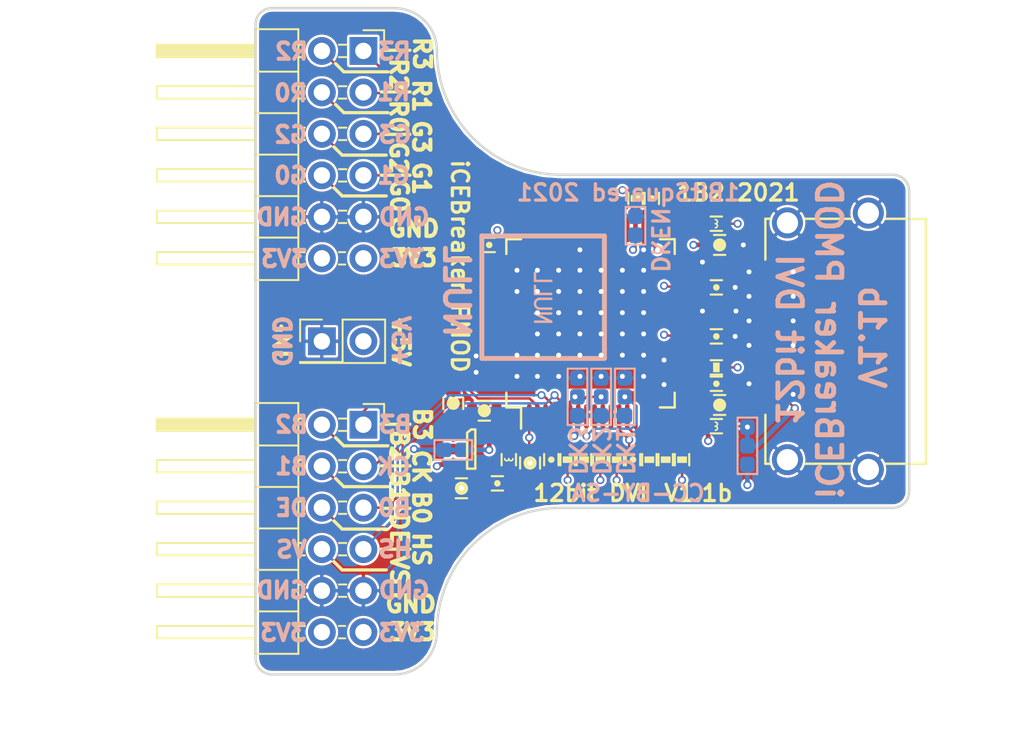
<source format=kicad_pcb>
(kicad_pcb (version 20171130) (host pcbnew 5.1.10)
  (title_block (title "iCEBreaker PMOD - 12bit DVI") (rev V1.1a) (company 1BitSquared) (comment 1 "(C) 2018-2021 Piotr Esden-Tempski <piotr@esden.net>") (comment 2 "(C) 2018-2021 1BitSquared <info@1bitsquared.com>") (comment 3 "License: CC-BY-SA V4.0"))
  (layers (0 F.Cu signal) (1 In1.Cu signal) (2 In2.Cu signal) (31 B.Cu signal) (34 B.Paste user) (35 F.Paste user) (36 B.SilkS user) (37 F.SilkS user) (38 B.Mask user) (39 F.Mask user) (44 Edge.Cuts user))
  (net 0 "")
  (net 1 GND)
  (net 2 +3V3)
  (net 3 +5V)
  (net 4 "Net-(C3-Pad1)")
  (net 5 /DE)
  (net 6 /VREF)
  (net 7 /HS)
  (net 8 /VS)
  (net 9 /EDGE-HTPLG)
  (net 10 /~PD)
  (net 11 /ISEL-~RST)
  (net 12 /DSEL-SDA)
  (net 13 /BSEL-SCL)
  (net 14 /CK-)
  (net 15 /CK+)
  (net 16 /TVDD)
  (net 17 /D0-)
  (net 18 /D0+)
  (net 19 /D1-)
  (net 20 /D1+)
  (net 21 /D2-)
  (net 22 /D2+)
  (net 23 /DKEN)
  (net 24 /CLK)
  (net 25 "Net-(J1-Pad12)")
  (net 26 /TFADJ)
  (net 27 "Net-(J5-Pad2)")
  (net 28 /B0)
  (net 29 /B1)
  (net 30 /B2)
  (net 31 /B3)
  (net 32 /G0)
  (net 33 /G1)
  (net 34 /G2)
  (net 35 /G3)
  (net 36 /R0)
  (net 37 /R1)
  (net 38 /R2)
  (net 39 /R3)
  (net 40 /VCC)
  (net 41 /PVCC)
  (net 42 /DK3)
  (net 43 /DK2)
  (net 44 /DK1)
  (module pkl_connectors:HDMI-10029449-111RLF (layer F.Cu) (at 62.5 40.2 90)
    (fp_text reference J6)
    (fp_text value HDMI_A_1.4 hide)
    (pad SH thru_hole circle (at -7.85 5 90) (size 1.9 1.9) (drill 1.3) (layers *.Cu *.Mask) (net 1 GND))
    (pad SH thru_hole circle (at 7.85 5 90) (size 1.9 1.9) (drill 1.3) (layers *.Cu *.Mask) (net 1 GND))
    (pad SH thru_hole circle (at 7.25 0.05 90) (size 1.9 1.9) (drill 1.3) (layers *.Cu *.Mask) (net 1 GND))
    (pad SH thru_hole circle (at -7.25 0.05 90) (size 1.9 1.9) (drill 1.3) (layers *.Cu *.Mask) (net 1 GND))
    (pad 2 smd roundrect (at 4.25 -0.95 90) (size 0.28 1.9) (layers F.Cu F.Paste F.Mask) (net 1 GND))
    (pad 3 smd roundrect (at 3.75 -0.95 90) (size 0.28 1.9) (layers F.Cu F.Paste F.Mask) (net 21 /D2-))
    (pad 4 smd roundrect (at 3.25 -0.95 90) (size 0.28 1.9) (layers F.Cu F.Paste F.Mask) (net 20 /D1+))
    (pad 5 smd roundrect (at 2.75 -0.95 90) (size 0.28 1.9) (layers F.Cu F.Paste F.Mask) (net 1 GND))
    (pad 6 smd roundrect (at 2.25 -0.95 90) (size 0.28 1.9) (layers F.Cu F.Paste F.Mask) (net 19 /D1-))
    (pad 7 smd roundrect (at 1.75 -0.95 90) (size 0.28 1.9) (layers F.Cu F.Paste F.Mask) (net 18 /D0+))
    (pad 8 smd roundrect (at 1.25 -0.95 90) (size 0.28 1.9) (layers F.Cu F.Paste F.Mask) (net 1 GND))
    (pad 9 smd roundrect (at 0.75 -0.95 90) (size 0.28 1.9) (layers F.Cu F.Paste F.Mask) (net 17 /D0-))
    (pad 10 smd roundrect (at 0.25 -0.95 90) (size 0.28 1.9) (layers F.Cu F.Paste F.Mask) (net 15 /CK+))
    (pad 11 smd roundrect (at -0.25 -0.95 90) (size 0.28 1.9) (layers F.Cu F.Paste F.Mask) (net 1 GND))
    (pad 12 smd roundrect (at -0.75 -0.95 90) (size 0.28 1.9) (layers F.Cu F.Paste F.Mask) (net 14 /CK-))
    (pad 13 smd roundrect (at -1.25 -0.95 90) (size 0.28 1.9) (layers F.Cu F.Paste F.Mask))
    (pad 14 smd roundrect (at -1.75 -0.95 90) (size 0.28 1.9) (layers F.Cu F.Paste F.Mask))
    (pad 15 smd roundrect (at -2.25 -0.95 90) (size 0.28 1.9) (layers F.Cu F.Paste F.Mask))
    (pad 16 smd roundrect (at -2.75 -0.95 90) (size 0.28 1.9) (layers F.Cu F.Paste F.Mask))
    (pad 17 smd roundrect (at -3.25 -0.95 90) (size 0.28 1.9) (layers F.Cu F.Paste F.Mask) (net 1 GND))
    (pad 18 smd roundrect (at -3.75 -0.95 90) (size 0.28 1.9) (layers F.Cu F.Paste F.Mask) (net 27 "Net-(J5-Pad2)"))
    (pad 1 smd roundrect (at 4.75 -0.95 90) (size 0.28 1.9) (layers F.Cu F.Paste F.Mask) (net 22 /D2+))
    (pad 19 smd roundrect (at -4.25 -0.95 90) (size 0.28 1.9) (layers F.Cu F.Paste F.Mask))
  )
  (module pkl_housings_qfp:TQFP-64-1EP_10x10mm_P0.5mm_EP5x5mm (layer F.Cu) (at 50.5 39.1 90)
    (fp_text reference U2)
    (fp_text value SII164)
    (pad 65 thru_hole circle (at -1.95 3.25 90) (size 0.5 0.5) (drill 0.3) (layers *.Cu) (net 1 GND))
    (pad 65 thru_hole circle (at -3.25 3.25 90) (size 0.5 0.5) (drill 0.3) (layers *.Cu) (net 1 GND))
    (pad 65 thru_hole circle (at 0.65 3.25 90) (size 0.5 0.5) (drill 0.3) (layers *.Cu) (net 1 GND))
    (pad 65 thru_hole circle (at -0.65 3.25 90) (size 0.5 0.5) (drill 0.3) (layers *.Cu) (net 1 GND))
    (pad 65 thru_hole circle (at 3.25 3.25 90) (size 0.5 0.5) (drill 0.3) (layers *.Cu) (net 1 GND))
    (pad 65 thru_hole circle (at 1.95 3.25 90) (size 0.5 0.5) (drill 0.3) (layers *.Cu) (net 1 GND))
    (pad 65 thru_hole circle (at -1.95 1.95 90) (size 0.5 0.5) (drill 0.3) (layers *.Cu) (net 1 GND))
    (pad 65 thru_hole circle (at -3.25 1.95 90) (size 0.5 0.5) (drill 0.3) (layers *.Cu) (net 1 GND))
    (pad 65 thru_hole circle (at 0.65 1.95 90) (size 0.5 0.5) (drill 0.3) (layers *.Cu) (net 1 GND))
    (pad 65 thru_hole circle (at -0.65 1.95 90) (size 0.5 0.5) (drill 0.3) (layers *.Cu) (net 1 GND))
    (pad 65 thru_hole circle (at 3.25 1.95 90) (size 0.5 0.5) (drill 0.3) (layers *.Cu) (net 1 GND))
    (pad 65 thru_hole circle (at 1.95 1.95 90) (size 0.5 0.5) (drill 0.3) (layers *.Cu) (net 1 GND))
    (pad 65 thru_hole circle (at -3.25 0.65 90) (size 0.5 0.5) (drill 0.3) (layers *.Cu) (net 1 GND))
    (pad 65 thru_hole circle (at 0.65 0.65 90) (size 0.5 0.5) (drill 0.3) (layers *.Cu) (net 1 GND))
    (pad 65 thru_hole circle (at -0.65 0.65 90) (size 0.5 0.5) (drill 0.3) (layers *.Cu) (net 1 GND))
    (pad 65 thru_hole circle (at 1.95 0.65 90) (size 0.5 0.5) (drill 0.3) (layers *.Cu) (net 1 GND))
    (pad 65 thru_hole circle (at -1.95 0.65 90) (size 0.5 0.5) (drill 0.3) (layers *.Cu) (net 1 GND))
    (pad 65 thru_hole circle (at 3.25 0.65 90) (size 0.5 0.5) (drill 0.3) (layers *.Cu) (net 1 GND))
    (pad 65 thru_hole circle (at -3.25 -0.65 90) (size 0.5 0.5) (drill 0.3) (layers *.Cu) (net 1 GND))
    (pad 65 thru_hole circle (at 0.65 -0.65 90) (size 0.5 0.5) (drill 0.3) (layers *.Cu) (net 1 GND))
    (pad 65 thru_hole circle (at -0.65 -0.65 90) (size 0.5 0.5) (drill 0.3) (layers *.Cu) (net 1 GND))
    (pad 65 thru_hole circle (at 1.95 -0.65 90) (size 0.5 0.5) (drill 0.3) (layers *.Cu) (net 1 GND))
    (pad 65 thru_hole circle (at -1.95 -0.65 90) (size 0.5 0.5) (drill 0.3) (layers *.Cu) (net 1 GND))
    (pad 65 thru_hole circle (at 3.25 -0.65 90) (size 0.5 0.5) (drill 0.3) (layers *.Cu) (net 1 GND))
    (pad 65 thru_hole circle (at 1.95 -1.95 90) (size 0.5 0.5) (drill 0.3) (layers *.Cu) (net 1 GND))
    (pad 65 thru_hole circle (at -1.95 -1.95 90) (size 0.5 0.5) (drill 0.3) (layers *.Cu) (net 1 GND))
    (pad 65 thru_hole circle (at 3.25 -1.95 90) (size 0.5 0.5) (drill 0.3) (layers *.Cu) (net 1 GND))
    (pad 65 thru_hole circle (at -3.25 -1.95 90) (size 0.5 0.5) (drill 0.3) (layers *.Cu) (net 1 GND))
    (pad 65 thru_hole circle (at 0.65 -1.95 90) (size 0.5 0.5) (drill 0.3) (layers *.Cu) (net 1 GND))
    (pad 65 thru_hole circle (at -0.65 -1.95 90) (size 0.5 0.5) (drill 0.3) (layers *.Cu) (net 1 GND))
    (pad 65 thru_hole circle (at 3.25 -3.25 90) (size 0.5 0.5) (drill 0.3) (layers *.Cu) (net 1 GND))
    (pad 65 thru_hole circle (at 1.95 -3.25 90) (size 0.5 0.5) (drill 0.3) (layers *.Cu) (net 1 GND))
    (pad 65 thru_hole circle (at 0.65 -3.25 90) (size 0.5 0.5) (drill 0.3) (layers *.Cu) (net 1 GND))
    (pad 65 thru_hole circle (at -0.65 -3.25 90) (size 0.5 0.5) (drill 0.3) (layers *.Cu) (net 1 GND))
    (pad 65 thru_hole circle (at -1.95 -3.25 90) (size 0.5 0.5) (drill 0.3) (layers *.Cu) (net 1 GND))
    (pad 65 thru_hole circle (at -3.25 -3.25 90) (size 0.5 0.5) (drill 0.3) (layers *.Cu) (net 1 GND))
    (pad 65 smd rect (at 0 0 90) (size 8 8) (layers F.Cu) (net 1 GND))
    (pad 64 smd oval (at -3.75 -5.7 90) (size 0.28 1.5) (layers F.Cu F.Paste F.Mask) (net 1 GND))
    (pad 63 smd oval (at -3.25 -5.7 90) (size 0.28 1.5) (layers F.Cu F.Paste F.Mask) (net 1 GND))
    (pad 62 smd oval (at -2.75 -5.7 90) (size 0.28 1.5) (layers F.Cu F.Paste F.Mask) (net 1 GND))
    (pad 61 smd oval (at -2.25 -5.7 90) (size 0.28 1.5) (layers F.Cu F.Paste F.Mask) (net 1 GND))
    (pad 60 smd oval (at -1.75 -5.7 90) (size 0.28 1.5) (layers F.Cu F.Paste F.Mask) (net 1 GND))
    (pad 59 smd oval (at -1.25 -5.7 90) (size 0.28 1.5) (layers F.Cu F.Paste F.Mask) (net 28 /B0))
    (pad 58 smd oval (at -0.75 -5.7 90) (size 0.28 1.5) (layers F.Cu F.Paste F.Mask) (net 29 /B1))
    (pad 57 smd oval (at -0.25 -5.7 90) (size 0.28 1.5) (layers F.Cu F.Paste F.Mask) (net 24 /CLK))
    (pad 56 smd oval (at 0.25 -5.7 90) (size 0.28 1.5) (layers F.Cu F.Paste F.Mask) (net 1 GND))
    (pad 55 smd oval (at 0.75 -5.7 90) (size 0.28 1.5) (layers F.Cu F.Paste F.Mask) (net 30 /B2))
    (pad 54 smd oval (at 1.25 -5.7 90) (size 0.28 1.5) (layers F.Cu F.Paste F.Mask) (net 31 /B3))
    (pad 53 smd oval (at 1.75 -5.7 90) (size 0.28 1.5) (layers F.Cu F.Paste F.Mask) (net 1 GND))
    (pad 52 smd oval (at 2.25 -5.7 90) (size 0.28 1.5) (layers F.Cu F.Paste F.Mask) (net 1 GND))
    (pad 51 smd oval (at 2.75 -5.7 90) (size 0.28 1.5) (layers F.Cu F.Paste F.Mask) (net 1 GND))
    (pad 50 smd oval (at 3.25 -5.7 90) (size 0.28 1.5) (layers F.Cu F.Paste F.Mask) (net 1 GND))
    (pad 49 smd oval (at 3.75 -5.7 90) (size 0.28 1.5) (layers F.Cu F.Paste F.Mask) (net 41 /PVCC))
    (pad 48 smd oval (at 5.7 -3.75 180) (size 0.28 1.5) (layers F.Cu F.Paste F.Mask) (net 1 GND))
    (pad 47 smd oval (at 5.7 -3.25 180) (size 0.28 1.5) (layers F.Cu F.Paste F.Mask) (net 32 /G0))
    (pad 46 smd oval (at 5.7 -2.75 180) (size 0.28 1.5) (layers F.Cu F.Paste F.Mask) (net 33 /G1))
    (pad 45 smd oval (at 5.7 -2.25 180) (size 0.28 1.5) (layers F.Cu F.Paste F.Mask) (net 34 /G2))
    (pad 44 smd oval (at 5.7 -1.75 180) (size 0.28 1.5) (layers F.Cu F.Paste F.Mask) (net 35 /G3))
    (pad 43 smd oval (at 5.7 -1.25 180) (size 0.28 1.5) (layers F.Cu F.Paste F.Mask) (net 1 GND))
    (pad 42 smd oval (at 5.7 -0.75 180) (size 0.28 1.5) (layers F.Cu F.Paste F.Mask) (net 1 GND))
    (pad 41 smd oval (at 5.7 -0.25 180) (size 0.28 1.5) (layers F.Cu F.Paste F.Mask) (net 1 GND))
    (pad 40 smd oval (at 5.7 0.25 180) (size 0.28 1.5) (layers F.Cu F.Paste F.Mask) (net 1 GND))
    (pad 39 smd oval (at 5.7 0.75 180) (size 0.28 1.5) (layers F.Cu F.Paste F.Mask) (net 36 /R0))
    (pad 38 smd oval (at 5.7 1.25 180) (size 0.28 1.5) (layers F.Cu F.Paste F.Mask) (net 37 /R1))
    (pad 37 smd oval (at 5.7 1.75 180) (size 0.28 1.5) (layers F.Cu F.Paste F.Mask) (net 38 /R2))
    (pad 36 smd oval (at 5.7 2.25 180) (size 0.28 1.5) (layers F.Cu F.Paste F.Mask) (net 39 /R3))
    (pad 35 smd oval (at 5.7 2.75 180) (size 0.28 1.5) (layers F.Cu F.Paste F.Mask) (net 23 /DKEN))
    (pad 34 smd oval (at 5.7 3.25 180) (size 0.28 1.5) (layers F.Cu F.Paste F.Mask) (net 1 GND))
    (pad 33 smd oval (at 5.7 3.75 180) (size 0.28 1.5) (layers F.Cu F.Paste F.Mask) (net 40 /VCC))
    (pad 32 smd oval (at 3.75 5.7 90) (size 0.28 1.5) (layers F.Cu F.Paste F.Mask) (net 1 GND))
    (pad 31 smd oval (at 3.25 5.7 90) (size 0.28 1.5) (layers F.Cu F.Paste F.Mask) (net 22 /D2+))
    (pad 30 smd oval (at 2.75 5.7 90) (size 0.28 1.5) (layers F.Cu F.Paste F.Mask) (net 21 /D2-))
    (pad 29 smd oval (at 2.25 5.7 90) (size 0.28 1.5) (layers F.Cu F.Paste F.Mask) (net 16 /TVDD))
    (pad 28 smd oval (at 1.75 5.7 90) (size 0.28 1.5) (layers F.Cu F.Paste F.Mask) (net 20 /D1+))
    (pad 27 smd oval (at 1.25 5.7 90) (size 0.28 1.5) (layers F.Cu F.Paste F.Mask) (net 19 /D1-))
    (pad 26 smd oval (at 0.75 5.7 90) (size 0.28 1.5) (layers F.Cu F.Paste F.Mask) (net 1 GND))
    (pad 25 smd oval (at 0.25 5.7 90) (size 0.28 1.5) (layers F.Cu F.Paste F.Mask) (net 18 /D0+))
    (pad 24 smd oval (at -0.25 5.7 90) (size 0.28 1.5) (layers F.Cu F.Paste F.Mask) (net 17 /D0-))
    (pad 23 smd oval (at -0.75 5.7 90) (size 0.28 1.5) (layers F.Cu F.Paste F.Mask) (net 16 /TVDD))
    (pad 22 smd oval (at -1.25 5.7 90) (size 0.28 1.5) (layers F.Cu F.Paste F.Mask) (net 15 /CK+))
    (pad 21 smd oval (at -1.75 5.7 90) (size 0.28 1.5) (layers F.Cu F.Paste F.Mask) (net 14 /CK-))
    (pad 20 smd oval (at -2.25 5.7 90) (size 0.28 1.5) (layers F.Cu F.Paste F.Mask) (net 1 GND))
    (pad 19 smd oval (at -2.75 5.7 90) (size 0.28 1.5) (layers F.Cu F.Paste F.Mask) (net 26 /TFADJ))
    (pad 18 smd oval (at -3.25 5.7 90) (size 0.28 1.5) (layers F.Cu F.Paste F.Mask) (net 41 /PVCC))
    (pad 17 smd oval (at -3.75 5.7 90) (size 0.28 1.5) (layers F.Cu F.Paste F.Mask) (net 1 GND))
    (pad 16 smd oval (at -5.7 3.75 180) (size 0.28 1.5) (layers F.Cu F.Paste F.Mask) (net 1 GND))
    (pad 15 smd oval (at -5.7 3.25 180) (size 0.28 1.5) (layers F.Cu F.Paste F.Mask) (net 13 /BSEL-SCL))
    (pad 14 smd oval (at -5.7 2.75 180) (size 0.28 1.5) (layers F.Cu F.Paste F.Mask) (net 12 /DSEL-SDA))
    (pad 13 smd oval (at -5.7 2.25 180) (size 0.28 1.5) (layers F.Cu F.Paste F.Mask) (net 11 /ISEL-~RST))
    (pad 12 smd oval (at -5.7 1.75 180) (size 0.28 1.5) (layers F.Cu F.Paste F.Mask) (net 40 /VCC))
    (pad 11 smd oval (at -5.7 1.25 180) (size 0.28 1.5) (layers F.Cu F.Paste F.Mask))
    (pad 10 smd oval (at -5.7 0.75 180) (size 0.28 1.5) (layers F.Cu F.Paste F.Mask) (net 10 /~PD))
    (pad 9 smd oval (at -5.7 0.25 180) (size 0.28 1.5) (layers F.Cu F.Paste F.Mask) (net 9 /EDGE-HTPLG))
    (pad 8 smd oval (at -5.7 -0.25 180) (size 0.28 1.5) (layers F.Cu F.Paste F.Mask) (net 44 /DK1))
    (pad 7 smd oval (at -5.7 -0.75 180) (size 0.28 1.5) (layers F.Cu F.Paste F.Mask) (net 43 /DK2))
    (pad 6 smd oval (at -5.7 -1.25 180) (size 0.28 1.5) (layers F.Cu F.Paste F.Mask) (net 42 /DK3))
    (pad 5 smd oval (at -5.7 -1.75 180) (size 0.28 1.5) (layers F.Cu F.Paste F.Mask) (net 8 /VS))
    (pad 4 smd oval (at -5.7 -2.25 180) (size 0.28 1.5) (layers F.Cu F.Paste F.Mask) (net 7 /HS))
    (pad 3 smd oval (at -5.7 -2.75 180) (size 0.28 1.5) (layers F.Cu F.Paste F.Mask) (net 6 /VREF))
    (pad 2 smd oval (at -5.7 -3.25 180) (size 0.28 1.5) (layers F.Cu F.Paste F.Mask) (net 5 /DE))
    (pad 1 smd oval (at -5.7 -3.75 180) (size 0.28 1.5) (layers F.Cu F.Paste F.Mask) (net 40 /VCC))
  )
  (module pkl_logos:null_Logo_SilkS_7.5mm (layer B.Cu) (at 47.6 37.5 90)
    (fp_text reference REF**)
    (fp_text value null_Logo_SilkS_7.5mm)
  )
  (module pkl_jumpers:J_0903 (layer B.Cu) (at 49.7 43.6 90)
    (fp_text reference J7)
    (fp_text value sj)
    (pad 3 smd roundrect (at 1.15 0 90) (size 0.95 0.9) (layers B.Cu B.Mask) (net 1 GND))
    (pad 2 smd roundrect (at 0 0 90) (size 0.95 0.9) (layers B.Cu B.Mask) (net 42 /DK3))
    (pad 1 smd roundrect (at -1.15 0 90) (size 0.95 0.9) (layers B.Cu B.Mask) (net 2 +3V3))
  )
  (module pkl_jumpers:J_0603 (layer B.Cu) (at 53.25 33.125 90)
    (fp_text reference J10)
    (fp_text value sj)
    (pad 2 smd roundrect (at 0.575 0 90) (size 0.95 0.9) (layers B.Cu B.Mask) (net 1 GND))
    (pad 1 smd roundrect (at -0.575 0 90) (size 0.95 0.9) (layers B.Cu B.Mask) (net 23 /DKEN))
  )
  (module pkl_jumpers:J_0903 (layer B.Cu) (at 52.6 43.6 90)
    (fp_text reference J9)
    (fp_text value sj)
    (pad 3 smd roundrect (at 1.15 0 90) (size 0.95 0.9) (layers B.Cu B.Mask) (net 1 GND))
    (pad 2 smd roundrect (at 0 0 90) (size 0.95 0.9) (layers B.Cu B.Mask) (net 44 /DK1))
    (pad 1 smd roundrect (at -1.15 0 90) (size 0.95 0.9) (layers B.Cu B.Mask) (net 2 +3V3))
  )
  (module pkl_jumpers:J_0903 (layer B.Cu) (at 51.15 43.6 90)
    (fp_text reference J8)
    (fp_text value sj)
    (pad 3 smd roundrect (at 1.15 0 90) (size 0.95 0.9) (layers B.Cu B.Mask) (net 1 GND))
    (pad 2 smd roundrect (at 0 0 90) (size 0.95 0.9) (layers B.Cu B.Mask) (net 43 /DK2))
    (pad 1 smd roundrect (at -1.15 0 90) (size 0.95 0.9) (layers B.Cu B.Mask) (net 2 +3V3))
  )
  (module pkl_dipol:C_0402 (layer F.Cu) (at 44.3 34.3 180)
    (fp_text reference C11)
    (fp_text value 100n)
    (pad 2 smd roundrect (at 0.5 0 180) (size 0.5 0.6) (layers F.Cu F.Paste F.Mask) (net 1 GND))
    (pad 1 smd roundrect (at -0.5 0 180) (size 0.5 0.6) (layers F.Cu F.Paste F.Mask) (net 41 /PVCC))
  )
  (module pkl_jumpers:J_NCNO_0903_30 (layer B.Cu) (at 60.1 46.6 270)
    (fp_text reference J5)
    (fp_text value 3v3_5v_sel)
    (fp_line (start -0.775 0) (end -0.375 0) (layer B.Cu) (width 0.3))
    (pad 1 smd roundrect (at -1.15 0 270) (size 0.95 0.9) (layers B.Cu B.Paste B.Mask) (net 2 +3V3))
    (pad 2 smd roundrect (at 0 0 270) (size 0.95 0.9) (layers B.Cu B.Paste B.Mask) (net 27 "Net-(J5-Pad2)"))
    (pad 3 smd roundrect (at 1.15 0 270) (size 0.95 0.9) (layers B.Cu B.Paste B.Mask) (net 3 +5V))
  )
  (module pkl_connectors:PMODHeader_2x06_P2.54mm_Horizontal (layer F.Cu) (at 36.6 35.12 180)
    (fp_text reference J2)
    (fp_text value PMOD)
    (pad 6 thru_hole circle (at 0 0 180) (size 1.7 1.7) (drill 1) (layers *.Cu *.Mask) (net 25 "Net-(J1-Pad12)"))
    (pad 12 thru_hole oval (at 2.54 0 180) (size 1.7 1.7) (drill 1) (layers *.Cu *.Mask) (net 25 "Net-(J1-Pad12)"))
    (pad 5 thru_hole oval (at 0 2.54 180) (size 1.7 1.7) (drill 1) (layers *.Cu *.Mask) (net 1 GND))
    (pad 11 thru_hole oval (at 2.54 2.54 180) (size 1.7 1.7) (drill 1) (layers *.Cu *.Mask) (net 1 GND))
    (pad 4 thru_hole oval (at 0 5.08 180) (size 1.7 1.7) (drill 1) (layers *.Cu *.Mask) (net 33 /G1))
    (pad 10 thru_hole oval (at 2.54 5.08 180) (size 1.7 1.7) (drill 1) (layers *.Cu *.Mask) (net 32 /G0))
    (pad 3 thru_hole oval (at 0 7.62 180) (size 1.7 1.7) (drill 1) (layers *.Cu *.Mask) (net 35 /G3))
    (pad 9 thru_hole oval (at 2.54 7.62 180) (size 1.7 1.7) (drill 1) (layers *.Cu *.Mask) (net 34 /G2))
    (pad 2 thru_hole oval (at 0 10.16 180) (size 1.7 1.7) (drill 1) (layers *.Cu *.Mask) (net 37 /R1))
    (pad 8 thru_hole oval (at 2.54 10.16 180) (size 1.7 1.7) (drill 1) (layers *.Cu *.Mask) (net 36 /R0))
    (pad 1 thru_hole rect (at 0 12.7 180) (size 1.7 1.7) (drill 1) (layers *.Cu *.Mask) (net 39 /R3))
    (pad 7 thru_hole circle (at 2.54 12.7 180) (size 1.7 1.7) (drill 1) (layers *.Cu *.Mask) (net 38 /R2))
  )
  (module Connector_PinHeader_2.54mm:PinHeader_2x01_P2.54mm_Vertical (layer F.Cu) (at 34.06 40.2)
    (fp_text reference J4)
    (fp_text value 5V)
    (pad 1 thru_hole rect (at 0 0) (size 1.7 1.7) (drill 1) (layers *.Cu *.Mask) (net 1 GND))
    (pad 2 thru_hole oval (at 2.54 0) (size 1.7 1.7) (drill 1) (layers *.Cu *.Mask) (net 3 +5V))
  )
  (module pkl_jumpers:J_NC_0603_30 (layer B.Cu) (at 42.1 46.85 180)
    (fp_text reference J3)
    (fp_text value jmp)
    (fp_line (start -0.2 0) (end 0.2 0) (layer B.Cu) (width 0.3))
    (pad 1 smd roundrect (at -0.575 0 180) (size 0.95 0.9) (layers B.Cu B.Paste B.Mask) (net 2 +3V3))
    (pad 2 smd roundrect (at 0.575 0 180) (size 0.95 0.9) (layers B.Cu B.Paste B.Mask) (net 25 "Net-(J1-Pad12)"))
  )
  (module pkl_dipol:C_0402 (layer F.Cu) (at 54.25 31.45 90)
    (fp_text reference C6)
    (fp_text value 100n)
    (pad 2 smd roundrect (at 0.5 0 90) (size 0.5 0.6) (layers F.Cu F.Paste F.Mask) (net 1 GND))
    (pad 1 smd roundrect (at -0.5 0 90) (size 0.5 0.6) (layers F.Cu F.Paste F.Mask) (net 40 /VCC))
  )
  (module pkl_dipol:C_0402 (layer F.Cu) (at 58.2 39.9)
    (fp_text reference C7)
    (fp_text value 100n)
    (pad 1 smd roundrect (at -0.5 0) (size 0.5 0.6) (layers F.Cu F.Paste F.Mask) (net 16 /TVDD))
    (pad 2 smd roundrect (at 0.5 0) (size 0.5 0.6) (layers F.Cu F.Paste F.Mask) (net 1 GND))
  )
  (module pkl_dipol:C_0402 (layer F.Cu) (at 48.1 47.45 270)
    (fp_text reference C8)
    (fp_text value 100n)
    (pad 2 smd roundrect (at 0.5 0 270) (size 0.5 0.6) (layers F.Cu F.Paste F.Mask) (net 1 GND))
    (pad 1 smd roundrect (at -0.5 0 270) (size 0.5 0.6) (layers F.Cu F.Paste F.Mask) (net 40 /VCC))
  )
  (module pkl_dipol:C_0402 (layer F.Cu) (at 58.2 42.8)
    (fp_text reference C9)
    (fp_text value 100n)
    (pad 1 smd roundrect (at -0.5 0) (size 0.5 0.6) (layers F.Cu F.Paste F.Mask) (net 41 /PVCC))
    (pad 2 smd roundrect (at 0.5 0) (size 0.5 0.6) (layers F.Cu F.Paste F.Mask) (net 1 GND))
  )
  (module pkl_dipol:C_0402 (layer F.Cu) (at 58.2 36.9)
    (fp_text reference C10)
    (fp_text value 100n)
    (pad 2 smd roundrect (at 0.5 0) (size 0.5 0.6) (layers F.Cu F.Paste F.Mask) (net 1 GND))
    (pad 1 smd roundrect (at -0.5 0) (size 0.5 0.6) (layers F.Cu F.Paste F.Mask) (net 16 /TVDD))
  )
  (module pkl_dipol:C_0402 (layer F.Cu) (at 53.1 47.45 270)
    (fp_text reference C5)
    (fp_text value 100n)
    (pad 2 smd roundrect (at 0.5 0 270) (size 0.5 0.6) (layers F.Cu F.Paste F.Mask) (net 1 GND))
    (pad 1 smd roundrect (at -0.5 0 270) (size 0.5 0.6) (layers F.Cu F.Paste F.Mask) (net 40 /VCC))
  )
  (module pkl_dipol:C_0402 (layer F.Cu) (at 44.8 48.9)
    (fp_text reference C3)
    (fp_text value 470p)
    (pad 1 smd roundrect (at -0.5 0) (size 0.5 0.6) (layers F.Cu F.Paste F.Mask) (net 4 "Net-(C3-Pad1)"))
    (pad 2 smd roundrect (at 0.5 0) (size 0.5 0.6) (layers F.Cu F.Paste F.Mask) (net 1 GND))
  )
  (module pkl_dipol:C_0603 (layer F.Cu) (at 46.8 47.65 270)
    (fp_text reference C14)
    (fp_text value 10u)
    (pad 2 smd roundrect (at 0.75 0 270) (size 0.6 0.9) (layers F.Cu F.Paste F.Mask) (net 1 GND))
    (pad 1 smd roundrect (at -0.75 0 270) (size 0.6 0.9) (layers F.Cu F.Paste F.Mask) (net 40 /VCC))
  )
  (module pkl_dipol:C_0603 (layer F.Cu) (at 58.4 34.3)
    (fp_text reference C16)
    (fp_text value 10u)
    (pad 1 smd roundrect (at -0.75 0) (size 0.6 0.9) (layers F.Cu F.Paste F.Mask) (net 16 /TVDD))
    (pad 2 smd roundrect (at 0.75 0) (size 0.6 0.9) (layers F.Cu F.Paste F.Mask) (net 1 GND))
  )
  (module pkl_dipol:C_0603 (layer F.Cu) (at 58.4 44.1)
    (fp_text reference C15)
    (fp_text value 10u)
    (pad 2 smd roundrect (at 0.75 0) (size 0.6 0.9) (layers F.Cu F.Paste F.Mask) (net 1 GND))
    (pad 1 smd roundrect (at -0.75 0) (size 0.6 0.9) (layers F.Cu F.Paste F.Mask) (net 41 /PVCC))
  )
  (module pkl_dipol:C_0603 (layer F.Cu) (at 42.1 44 90)
    (fp_text reference C2)
    (fp_text value 4u7)
    (pad 1 smd roundrect (at -0.75 0 90) (size 0.6 0.9) (layers F.Cu F.Paste F.Mask) (net 3 +5V))
    (pad 2 smd roundrect (at 0.75 0 90) (size 0.6 0.9) (layers F.Cu F.Paste F.Mask) (net 1 GND))
  )
  (module pkl_dipol:C_0603 (layer F.Cu) (at 42.6 49.2)
    (fp_text reference C1)
    (fp_text value 10u)
    (pad 2 smd roundrect (at 0.75 0) (size 0.6 0.9) (layers F.Cu F.Paste F.Mask) (net 1 GND))
    (pad 1 smd roundrect (at -0.75 0) (size 0.6 0.9) (layers F.Cu F.Paste F.Mask) (net 2 +3V3))
  )
  (module pkl_dipol:C_0603 (layer F.Cu) (at 44 44.45 180)
    (fp_text reference C4)
    (fp_text value 4u7)
    (pad 1 smd roundrect (at -0.75 0 180) (size 0.6 0.9) (layers F.Cu F.Paste F.Mask) (net 2 +3V3))
    (pad 2 smd roundrect (at 0.75 0 180) (size 0.6 0.9) (layers F.Cu F.Paste F.Mask) (net 1 GND))
  )
  (module pkl_dipol:L_0402 (layer F.Cu) (at 58.2 33 180)
    (fp_text reference L3)
    (fp_text value 600)
    (pad 1 smd roundrect (at -0.5 0 180) (size 0.5 0.6) (layers F.Cu F.Paste F.Mask) (net 2 +3V3))
    (pad 2 smd roundrect (at 0.5 0 180) (size 0.5 0.6) (layers F.Cu F.Paste F.Mask) (net 16 /TVDD))
  )
  (module pkl_dipol:L_0402 (layer F.Cu) (at 45.5 47.45 90)
    (fp_text reference L1)
    (fp_text value 600)
    (pad 2 smd roundrect (at 0.5 0 90) (size 0.5 0.6) (layers F.Cu F.Paste F.Mask) (net 40 /VCC))
    (pad 1 smd roundrect (at -0.5 0 90) (size 0.5 0.6) (layers F.Cu F.Paste F.Mask) (net 2 +3V3))
  )
  (module pkl_dipol:L_0402 (layer F.Cu) (at 58.2 45.4 180)
    (fp_text reference L2)
    (fp_text value 600)
    (pad 1 smd roundrect (at -0.5 0 180) (size 0.5 0.6) (layers F.Cu F.Paste F.Mask) (net 2 +3V3))
    (pad 2 smd roundrect (at 0.5 0 180) (size 0.5 0.6) (layers F.Cu F.Paste F.Mask) (net 41 /PVCC))
  )
  (module pkl_dipol:R_0402 (layer F.Cu) (at 58.2 41.8 180)
    (fp_text reference R9)
    (fp_text value 510E)
    (pad 1 smd roundrect (at -0.5 0 180) (size 0.5 0.6) (layers F.Cu F.Paste F.Mask) (net 2 +3V3))
    (pad 2 smd roundrect (at 0.5 0 180) (size 0.5 0.6) (layers F.Cu F.Paste F.Mask) (net 26 /TFADJ))
  )
  (module pkl_dipol:R_0402 (layer F.Cu) (at 55.1 47.45 270)
    (fp_text reference R8)
    (fp_text value 10k)
    (pad 2 smd roundrect (at 0.5 0 270) (size 0.5 0.6) (layers F.Cu F.Paste F.Mask) (net 1 GND))
    (pad 1 smd roundrect (at -0.5 0 270) (size 0.5 0.6) (layers F.Cu F.Paste F.Mask) (net 12 /DSEL-SDA))
  )
  (module pkl_dipol:R_0402 (layer F.Cu) (at 54.1 47.45 270)
    (fp_text reference R7)
    (fp_text value 10k)
    (pad 1 smd roundrect (at -0.5 0 270) (size 0.5 0.6) (layers F.Cu F.Paste F.Mask) (net 11 /ISEL-~RST))
    (pad 2 smd roundrect (at 0.5 0 270) (size 0.5 0.6) (layers F.Cu F.Paste F.Mask) (net 1 GND))
  )
  (module pkl_dipol:R_0402 (layer F.Cu) (at 50.1 47.45 270)
    (fp_text reference R6)
    (fp_text value DNP)
    (pad 2 smd roundrect (at 0.5 0 270) (size 0.5 0.6) (layers F.Cu F.Paste F.Mask) (net 1 GND))
    (pad 1 smd roundrect (at -0.5 0 270) (size 0.5 0.6) (layers F.Cu F.Paste F.Mask) (net 6 /VREF))
  )
  (module pkl_dipol:R_0402 (layer F.Cu) (at 49.1 47.45 90)
    (fp_text reference R5)
    (fp_text value 33k)
    (pad 1 smd roundrect (at -0.5 0 90) (size 0.5 0.6) (layers F.Cu F.Paste F.Mask) (net 2 +3V3))
    (pad 2 smd roundrect (at 0.5 0 90) (size 0.5 0.6) (layers F.Cu F.Paste F.Mask) (net 6 /VREF))
  )
  (module pkl_dipol:R_0402 (layer F.Cu) (at 56.1 47.45 90)
    (fp_text reference R1)
    (fp_text value 10k)
    (pad 2 smd roundrect (at 0.5 0 90) (size 0.5 0.6) (layers F.Cu F.Paste F.Mask) (net 13 /BSEL-SCL))
    (pad 1 smd roundrect (at -0.5 0 90) (size 0.5 0.6) (layers F.Cu F.Paste F.Mask) (net 2 +3V3))
  )
  (module pkl_dipol:R_0402 (layer F.Cu) (at 52.1 47.45 90)
    (fp_text reference R2)
    (fp_text value 10k)
    (pad 1 smd roundrect (at -0.5 0 90) (size 0.5 0.6) (layers F.Cu F.Paste F.Mask) (net 2 +3V3))
    (pad 2 smd roundrect (at 0.5 0 90) (size 0.5 0.6) (layers F.Cu F.Paste F.Mask) (net 10 /~PD))
  )
  (module pkl_dipol:R_0402 (layer F.Cu) (at 53.25 31.45 270)
    (fp_text reference R3)
    (fp_text value 10k)
    (pad 2 smd roundrect (at 0.5 0 270) (size 0.5 0.6) (layers F.Cu F.Paste F.Mask) (net 23 /DKEN))
    (pad 1 smd roundrect (at -0.5 0 270) (size 0.5 0.6) (layers F.Cu F.Paste F.Mask) (net 2 +3V3))
  )
  (module pkl_dipol:R_0402 (layer F.Cu) (at 51.1 47.45 90)
    (fp_text reference R4)
    (fp_text value 10k)
    (pad 1 smd roundrect (at -0.5 0 90) (size 0.5 0.6) (layers F.Cu F.Paste F.Mask) (net 2 +3V3))
    (pad 2 smd roundrect (at 0.5 0 90) (size 0.5 0.6) (layers F.Cu F.Paste F.Mask) (net 9 /EDGE-HTPLG))
  )
  (module pkl_housings_sot:SOT-23-5 (layer F.Cu) (at 43.2 46.799999 180)
    (fp_text reference U1)
    (fp_text value VREG_3V3)
    (pad 1 smd roundrect (at 1.1 0.95) (size 1.06 0.65) (layers F.Cu F.Paste F.Mask) (net 3 +5V))
    (pad 2 smd roundrect (at 1.1 0) (size 1.06 0.65) (layers F.Cu F.Paste F.Mask) (net 1 GND))
    (pad 3 smd roundrect (at 1.1 -0.95) (size 1.06 0.65) (layers F.Cu F.Paste F.Mask) (net 3 +5V))
    (pad 4 smd roundrect (at -1.1 -0.95) (size 1.06 0.65) (layers F.Cu F.Paste F.Mask) (net 4 "Net-(C3-Pad1)"))
    (pad 5 smd roundrect (at -1.1 0.95) (size 1.06 0.65) (layers F.Cu F.Paste F.Mask) (net 2 +3V3))
  )
  (module pkl_connectors:PMODHeader_2x06_P2.54mm_Horizontal (layer F.Cu) (at 36.6 58.01 180)
    (fp_text reference J1)
    (fp_text value PMOD)
    (pad 6 thru_hole circle (at 0 0 180) (size 1.7 1.7) (drill 1) (layers *.Cu *.Mask) (net 25 "Net-(J1-Pad12)"))
    (pad 12 thru_hole oval (at 2.54 0 180) (size 1.7 1.7) (drill 1) (layers *.Cu *.Mask) (net 25 "Net-(J1-Pad12)"))
    (pad 5 thru_hole oval (at 0 2.54 180) (size 1.7 1.7) (drill 1) (layers *.Cu *.Mask) (net 1 GND))
    (pad 11 thru_hole oval (at 2.54 2.54 180) (size 1.7 1.7) (drill 1) (layers *.Cu *.Mask) (net 1 GND))
    (pad 4 thru_hole oval (at 0 5.08 180) (size 1.7 1.7) (drill 1) (layers *.Cu *.Mask) (net 7 /HS))
    (pad 10 thru_hole oval (at 2.54 5.08 180) (size 1.7 1.7) (drill 1) (layers *.Cu *.Mask) (net 8 /VS))
    (pad 3 thru_hole oval (at 0 7.62 180) (size 1.7 1.7) (drill 1) (layers *.Cu *.Mask) (net 28 /B0))
    (pad 9 thru_hole oval (at 2.54 7.62 180) (size 1.7 1.7) (drill 1) (layers *.Cu *.Mask) (net 5 /DE))
    (pad 2 thru_hole oval (at 0 10.16 180) (size 1.7 1.7) (drill 1) (layers *.Cu *.Mask) (net 24 /CLK))
    (pad 8 thru_hole oval (at 2.54 10.16 180) (size 1.7 1.7) (drill 1) (layers *.Cu *.Mask) (net 29 /B1))
    (pad 1 thru_hole rect (at 0 12.7 180) (size 1.7 1.7) (drill 1) (layers *.Cu *.Mask) (net 31 /B3))
    (pad 7 thru_hole circle (at 2.54 12.7 180) (size 1.7 1.7) (drill 1) (layers *.Cu *.Mask) (net 30 /B2))
  )
  (gr_text DK3 (at 49.7 46.9 270) (layer B.SilkS) (effects (font (size 1 1) (thickness 0.2)) (justify mirror)))
  (gr_text DK2 (at 51.15 46.9 270) (layer B.SilkS) (effects (font (size 1 1) (thickness 0.2)) (justify mirror)))
  (gr_text DK1 (at 52.6 46.9 270) (layer B.SilkS) (effects (font (size 1 1) (thickness 0.2)) (justify mirror)))
  (gr_text DKEN (at 54.75 34 270) (layer B.SilkS) (effects (font (size 1 1) (thickness 0.2)) (justify mirror)))
  (gr_text NULL (at 42.3 37.15 270) (layer B.SilkS) (effects (font (size 1.5 1.5) (thickness 0.3)) (justify mirror)))
  (gr_text +5V (at 38.9 40.2 270) (layer B.SilkS) (effects (font (size 1 1) (thickness 0.25)) (justify mirror)))
  (gr_text GND (at 31.6 40.2 270) (layer B.SilkS) (effects (font (size 1 1) (thickness 0.25)) (justify mirror)))
  (gr_text GND (at 31.6 40.2 270) (layer F.SilkS) (effects (font (size 1 1) (thickness 0.25))))
  (gr_text GND (at 31.6 55.45) (layer B.SilkS) (effects (font (size 1 1) (thickness 0.25)) (justify mirror)))
  (gr_text 3V3 (at 31.7 58.05) (layer B.SilkS) (effects (font (size 1 1) (thickness 0.25)) (justify mirror)))
  (gr_text GND (at 31.6 32.6) (layer B.SilkS) (effects (font (size 1 1) (thickness 0.25)) (justify mirror)))
  (gr_text 3V3 (at 31.75 35.15) (layer B.SilkS) (effects (font (size 1 1) (thickness 0.25)) (justify mirror)))
  (gr_text R3 (at 38.5 22.45) (layer B.SilkS) (effects (font (size 1 1) (thickness 0.25)) (justify mirror)))
  (gr_text R2 (at 32.2 22.45) (layer B.SilkS) (effects (font (size 1 1) (thickness 0.25)) (justify mirror)))
  (gr_text R1 (at 38.45 24.95) (layer B.SilkS) (effects (font (size 1 1) (thickness 0.25)) (justify mirror)))
  (gr_text R0 (at 32.15 25) (layer B.SilkS) (effects (font (size 1 1) (thickness 0.25)) (justify mirror)))
  (gr_text G3 (at 38.55 27.55) (layer B.SilkS) (effects (font (size 1 1) (thickness 0.25)) (justify mirror)))
  (gr_text G2 (at 32.15 27.55) (layer B.SilkS) (effects (font (size 1 1) (thickness 0.25)) (justify mirror)))
  (gr_text G1 (at 38.45 30.05) (layer B.SilkS) (effects (font (size 1 1) (thickness 0.25)) (justify mirror)))
  (gr_text G0 (at 32.15 30.05) (layer B.SilkS) (effects (font (size 1 1) (thickness 0.25)) (justify mirror)))
  (gr_text 3V3 (at 38.95 35.15) (layer B.SilkS) (effects (font (size 1 1) (thickness 0.25)) (justify mirror)))
  (gr_text GND (at 39.1 32.6) (layer B.SilkS) (effects (font (size 1 1) (thickness 0.25)) (justify mirror)))
  (gr_line (start 35.3 31.3) (end 38 31.3) (layer F.SilkS) (width 0.2))
  (gr_line (start 37.7 22.38) (end 39.45 22.38) (layer F.SilkS) (width 0.2))
  (gr_line (start 34.9 25.7) (end 35.4 26.2) (layer F.SilkS) (width 0.2))
  (gr_line (start 35.4 23.7) (end 38.1 23.7) (layer F.SilkS) (width 0.2))
  (gr_line (start 37.7 30.03) (end 39.45 30.03) (layer F.SilkS) (width 0.2))
  (gr_line (start 34.8 30.8) (end 35.3 31.3) (layer F.SilkS) (width 0.2))
  (gr_line (start 35.4 26.2) (end 38.1 26.2) (layer F.SilkS) (width 0.2))
  (gr_line (start 37.7 27.53) (end 39.45 27.53) (layer F.SilkS) (width 0.2))
  (gr_line (start 37.7 24.93) (end 39.45 24.93) (layer F.SilkS) (width 0.2))
  (gr_line (start 34.9 23.2) (end 35.4 23.7) (layer F.SilkS) (width 0.2))
  (gr_line (start 35.3 28.8) (end 38 28.8) (layer F.SilkS) (width 0.2))
  (gr_line (start 34.8 28.3) (end 35.3 28.8) (layer F.SilkS) (width 0.2))
  (gr_line (start 35.3 54.2) (end 38 54.2) (layer F.SilkS) (width 0.2))
  (gr_line (start 34.8 53.7) (end 35.3 54.2) (layer F.SilkS) (width 0.2))
  (gr_text G0 (at 38.8 31.3 270) (layer F.SilkS) (effects (font (size 1 1) (thickness 0.25))))
  (gr_text 3V3 (at 39.7 35.1) (layer F.SilkS) (effects (font (size 1 1) (thickness 0.25))))
  (gr_text GND (at 39.7 33.3) (layer F.SilkS) (effects (font (size 1 1) (thickness 0.25))))
  (gr_text R3 (at 40.2 22.58 270) (layer F.SilkS) (effects (font (size 1 1) (thickness 0.25))))
  (gr_text R2 (at 38.75 23.88 270) (layer F.SilkS) (effects (font (size 1 1) (thickness 0.25))))
  (gr_text R1 (at 40.15 25.18 270) (layer F.SilkS) (effects (font (size 1 1) (thickness 0.25))))
  (gr_text R0 (at 38.75 26.43 270) (layer F.SilkS) (effects (font (size 1 1) (thickness 0.25))))
  (gr_text G2 (at 38.75 28.98 270) (layer F.SilkS) (effects (font (size 1 1) (thickness 0.25))))
  (gr_text G3 (at 40.15 27.68 270) (layer F.SilkS) (effects (font (size 1 1) (thickness 0.25))))
  (gr_text G1 (at 40.15 30.23 270) (layer F.SilkS) (effects (font (size 1 1) (thickness 0.25))))
  (gr_text 3V3 (at 38.95 58.05) (layer B.SilkS) (effects (font (size 1 1) (thickness 0.25)) (justify mirror)))
  (gr_text 3V3 (at 39.6 58) (layer F.SilkS) (effects (font (size 1 1) (thickness 0.25))))
  (gr_text GND (at 39.5 56.3) (layer F.SilkS) (effects (font (size 1 1) (thickness 0.25))))
  (gr_text GND (at 39.1 55.45) (layer B.SilkS) (effects (font (size 1 1) (thickness 0.25)) (justify mirror)))
  (gr_text +5V (at 38.9 40.2 270) (layer F.SilkS) (effects (font (size 1 1) (thickness 0.25))))
  (gr_arc (start 48.7 22.4) (end 41.1 22.4) (angle -90) (layer Edge.Cuts) (width 0.15))
  (gr_arc (start 38.5 22.4) (end 41.1 22.4) (angle -90) (layer Edge.Cuts) (width 0.15))
  (gr_line (start 31 19.8) (end 38.5 19.8) (layer Edge.Cuts) (width 0.15))
  (gr_arc (start 48.7 58) (end 48.7 50.4) (angle -90) (layer Edge.Cuts) (width 0.15))
  (gr_arc (start 38.5 58) (end 38.5 60.6) (angle -90) (layer Edge.Cuts) (width 0.15))
  (gr_line (start 31 60.6) (end 38.5 60.6) (layer Edge.Cuts) (width 0.15))
  (gr_text "1BitSquared 2021" (at 52.8 31.1) (layer B.SilkS) (effects (font (size 1 1) (thickness 0.2)) (justify mirror)))
  (gr_text CC-BY-SA (at 53.4 49.5) (layer B.SilkS) (effects (font (size 1 1) (thickness 0.2)) (justify mirror)))
  (gr_text "1B2 2021" (at 59.55 31.1) (layer F.SilkS) (effects (font (size 1 1) (thickness 0.2))))
  (gr_text B2 (at 32.2 45.3) (layer B.SilkS) (effects (font (size 1 1) (thickness 0.25)) (justify mirror)))
  (gr_text B3 (at 38.55 45.3) (layer B.SilkS) (effects (font (size 1 1) (thickness 0.25)) (justify mirror)))
  (gr_text B1 (at 32.2 47.85) (layer B.SilkS) (effects (font (size 1 1) (thickness 0.25)) (justify mirror)))
  (gr_text CK (at 38.45 47.88) (layer B.SilkS) (effects (font (size 1 1) (thickness 0.25)) (justify mirror)))
  (gr_text DE (at 32.2 50.4) (layer B.SilkS) (effects (font (size 1 1) (thickness 0.25)) (justify mirror)))
  (gr_text B0 (at 38.5 50.4) (layer B.SilkS) (effects (font (size 1 1) (thickness 0.25)) (justify mirror)))
  (gr_text VS (at 32.2 52.95) (layer B.SilkS) (effects (font (size 1 1) (thickness 0.25)) (justify mirror)))
  (gr_text HS (at 38.55 52.93) (layer B.SilkS) (effects (font (size 1 1) (thickness 0.25)) (justify mirror)))
  (gr_line (start 37.7 52.93) (end 39.45 52.93) (layer F.SilkS) (width 0.2))
  (gr_line (start 35.3 51.7) (end 38 51.7) (layer F.SilkS) (width 0.2))
  (gr_line (start 34.8 51.2) (end 35.3 51.7) (layer F.SilkS) (width 0.2))
  (gr_line (start 37.7 50.43) (end 39.45 50.43) (layer F.SilkS) (width 0.2))
  (gr_line (start 35.4 49.1) (end 38.1 49.1) (layer F.SilkS) (width 0.2))
  (gr_line (start 34.9 48.6) (end 35.4 49.1) (layer F.SilkS) (width 0.2))
  (gr_line (start 37.7 47.83) (end 39.45 47.83) (layer F.SilkS) (width 0.2))
  (gr_line (start 35.4 46.6) (end 38.1 46.6) (layer F.SilkS) (width 0.2))
  (gr_line (start 34.9 46.1) (end 35.4 46.6) (layer F.SilkS) (width 0.2))
  (gr_line (start 37.7 45.28) (end 39.45 45.28) (layer F.SilkS) (width 0.2))
  (gr_text HS (at 40.15 52.93 270) (layer F.SilkS) (effects (font (size 1 1) (thickness 0.25))))
  (gr_text B0 (at 40.15 50.38 270) (layer F.SilkS) (effects (font (size 1 1) (thickness 0.25))))
  (gr_text VS (at 38.8 54.2 270) (layer F.SilkS) (effects (font (size 1 1) (thickness 0.25))))
  (gr_text DE (at 38.8 51.7 270) (layer F.SilkS) (effects (font (size 1 1) (thickness 0.25))))
  (gr_text CK (at 40.15 47.88 270) (layer F.SilkS) (effects (font (size 1 1) (thickness 0.25))))
  (gr_text B1 (at 38.8 49.1 270) (layer F.SilkS) (effects (font (size 1 1) (thickness 0.25))))
  (gr_text B3 (at 40.2 45.28 270) (layer F.SilkS) (effects (font (size 1 1) (thickness 0.25))))
  (gr_text B2 (at 38.8 46.6 270) (layer F.SilkS) (effects (font (size 1 1) (thickness 0.25))))
  (gr_text "iCEBreaker PMOD" (at 42.5 35.6 270) (layer F.SilkS) (effects (font (size 1 1) (thickness 0.2))))
  (gr_line (start 69 50.4) (end 48.7 50.4) (layer Edge.Cuts) (width 0.15))
  (gr_arc (start 31 59.6) (end 30 59.6) (angle -90) (layer Edge.Cuts) (width 0.15))
  (gr_arc (start 69 49.4) (end 69 50.4) (angle -90) (layer Edge.Cuts) (width 0.15))
  (gr_text "12bit DVI" (at 50.5 49.5) (layer F.SilkS) (effects (font (size 1 1) (thickness 0.2))))
  (gr_text V1.1b (at 57.1 49.5) (layer F.SilkS) (effects (font (size 1 1) (thickness 0.2))))
  (gr_text V1.1b (at 67.7 39.95 -90) (layer B.SilkS) (effects (font (size 1.5 1.5) (thickness 0.3)) (justify mirror)))
  (gr_text "iCEBreaker PMOD\n12bit DVI" (at 63.85 40.1 270) (layer B.SilkS) (effects (font (size 1.5 1.5) (thickness 0.3)) (justify mirror)))
  (gr_arc (start 69 31) (end 70 31) (angle -90) (layer Edge.Cuts) (width 0.15))
  (gr_arc (start 31 20.8) (end 31 19.8) (angle -90) (layer Edge.Cuts) (width 0.15))
  (gr_line (start 30 59.6) (end 30 20.8) (layer Edge.Cuts) (width 0.15))
  (gr_line (start 70 31) (end 70 49.4) (layer Edge.Cuts) (width 0.15))
  (gr_line (start 48.7 30) (end 69 30) (layer Edge.Cuts) (width 0.15))
  (via (at 46 41.05) (size 0.5) (drill 0.3) (layers F.Cu B.Cu) (net 1))
  (via (at 46 42.35) (size 0.5) (drill 0.3) (layers F.Cu B.Cu) (net 1))
  (via (at 46 37.15) (size 0.5) (drill 0.3) (layers F.Cu B.Cu) (net 1))
  (via (at 46 35.85) (size 0.5) (drill 0.3) (layers F.Cu B.Cu) (net 1))
  (via (at 49.85 34.6) (size 0.5) (drill 0.3) (layers F.Cu B.Cu) (net 1))
  (via (at 53.75 34.6) (size 0.5) (drill 0.3) (layers F.Cu B.Cu) (net 1))
  (via (at 60.2 37.45) (size 0.5) (drill 0.3) (layers F.Cu B.Cu) (net 1))
  (via (at 60.2 35.95) (size 0.5) (drill 0.3) (layers F.Cu B.Cu) (net 1))
  (via (at 60.2 38.95) (size 0.5) (drill 0.3) (layers F.Cu B.Cu) (net 1))
  (via (at 60.2 40.45) (size 0.5) (drill 0.3) (layers F.Cu B.Cu) (net 1))
  (via (at 60.2 42.8) (size 0.5) (drill 0.3) (layers F.Cu B.Cu) (net 1))
  (via (at 62.9 40.45) (size 0.5) (drill 0.3) (layers F.Cu B.Cu) (net 1))
  (via (at 62.9 38.95) (size 0.5) (drill 0.3) (layers F.Cu B.Cu) (net 1))
  (via (at 62.9 37.45) (size 0.5) (drill 0.3) (layers F.Cu B.Cu) (net 1))
  (via (at 62.9 35.95) (size 0.5) (drill 0.3) (layers F.Cu B.Cu) (net 1))
  (via (at 62.9 43.45) (size 0.5) (drill 0.3) (layers F.Cu B.Cu) (net 1))
  (segment (start 60.2 43.153553) (end 60.2 42.8) (width 0.15) (layer F.Cu) (net 1))
  (segment (start 60.496447 43.45) (end 60.2 43.153553) (width 0.15) (layer F.Cu) (net 1))
  (segment (start 61.55 43.45) (end 60.496447 43.45) (width 0.15) (layer F.Cu) (net 1))
  (via (at 57.35 38.35) (size 0.5) (drill 0.3) (layers F.Cu B.Cu) (net 1))
  (via (at 57.35 35.35) (size 0.5) (drill 0.3) (layers F.Cu B.Cu) (net 1))
  (via (at 55 41.35) (size 0.5) (drill 0.3) (layers F.Cu B.Cu) (net 1))
  (via (at 55 42.85) (size 0.5) (drill 0.3) (layers F.Cu B.Cu) (net 1))
  (via (at 59.35 39.9) (size 0.5) (drill 0.3) (layers F.Cu B.Cu) (net 1))
  (via (at 59.35 36.9) (size 0.5) (drill 0.3) (layers F.Cu B.Cu) (net 1))
  (via (at 59.85 34.3) (size 0.5) (drill 0.3) (layers F.Cu B.Cu) (net 1))
  (via (at 59.4 38.35) (size 0.5) (drill 0.3) (layers F.Cu B.Cu) (net 1))
  (via (at 43.5 41.1) (size 0.5) (drill 0.3) (layers F.Cu B.Cu) (net 1))
  (via (at 43.5 42.1) (size 0.5) (drill 0.3) (layers F.Cu B.Cu) (net 1))
  (segment (start 45.8 37.35) (end 46 37.15) (width 0.15) (layer F.Cu) (net 1))
  (segment (start 44.8 37.35) (end 45.8 37.35) (width 0.15) (layer F.Cu) (net 1))
  (segment (start 45.7 36.85) (end 46 37.15) (width 0.15) (layer F.Cu) (net 1))
  (segment (start 44.8 36.85) (end 45.7 36.85) (width 0.15) (layer F.Cu) (net 1))
  (segment (start 44.8 35.85) (end 46 35.85) (width 0.15) (layer F.Cu) (net 1))
  (segment (start 44.8 35.85) (end 43.7 35.85) (width 0.15) (layer F.Cu) (net 1))
  (segment (start 44.8 36.35) (end 43.7 36.35) (width 0.15) (layer F.Cu) (net 1))
  (segment (start 44.8 36.85) (end 43.7 36.85) (width 0.15) (layer F.Cu) (net 1))
  (segment (start 44.8 37.35) (end 43.7 37.35) (width 0.15) (layer F.Cu) (net 1))
  (segment (start 44.8 36.35) (end 45.9 36.35) (width 0.15) (layer F.Cu) (net 1))
  (segment (start 44.8 42.35) (end 46 42.35) (width 0.15) (layer F.Cu) (net 1))
  (segment (start 45.8 40.85) (end 46 41.05) (width 0.15) (layer F.Cu) (net 1))
  (segment (start 44.8 40.85) (end 45.8 40.85) (width 0.15) (layer F.Cu) (net 1))
  (segment (start 43.75 40.85) (end 43.5 41.1) (width 0.15) (layer F.Cu) (net 1))
  (segment (start 44.8 40.85) (end 43.75 40.85) (width 0.15) (layer F.Cu) (net 1))
  (segment (start 43.75 41.35) (end 43.5 41.1) (width 0.15) (layer F.Cu) (net 1))
  (segment (start 44.8 41.35) (end 43.75 41.35) (width 0.15) (layer F.Cu) (net 1))
  (segment (start 43.75 41.85) (end 43.5 42.1) (width 0.15) (layer F.Cu) (net 1))
  (segment (start 44.8 41.85) (end 43.75 41.85) (width 0.15) (layer F.Cu) (net 1))
  (segment (start 43.75 42.35) (end 43.5 42.1) (width 0.15) (layer F.Cu) (net 1))
  (segment (start 44.8 42.35) (end 43.75 42.35) (width 0.15) (layer F.Cu) (net 1))
  (segment (start 44.8 42.85) (end 43.5 42.85) (width 0.15) (layer F.Cu) (net 1))
  (segment (start 44.8 42.85) (end 46 42.85) (width 0.15) (layer F.Cu) (net 1))
  (segment (start 44.8 41.85) (end 46 41.85) (width 0.15) (layer F.Cu) (net 1))
  (segment (start 46 41.35) (end 46 41.05) (width 0.15) (layer F.Cu) (net 1))
  (segment (start 44.8 41.35) (end 46 41.35) (width 0.15) (layer F.Cu) (net 1))
  (segment (start 49.75 34.5) (end 49.85 34.6) (width 0.15) (layer F.Cu) (net 1))
  (segment (start 49.75 33.4) (end 49.75 34.5) (width 0.15) (layer F.Cu) (net 1))
  (segment (start 50.25 33.4) (end 50.25 34.6) (width 0.15) (layer F.Cu) (net 1))
  (segment (start 49.25 33.4) (end 49.25 34.6) (width 0.15) (layer F.Cu) (net 1))
  (segment (start 50.75 33.4) (end 50.75 34.6) (width 0.15) (layer F.Cu) (net 1))
  (via (at 44.3 46.85) (size 0.5) (drill 0.3) (layers F.Cu B.Cu) (net 2))
  (segment (start 42.675 46.85) (end 44.3 46.85) (width 0.3) (layer B.Cu) (net 2))
  (segment (start 44.3 46.85) (end 44.3 45.849999) (width 0.3) (layer F.Cu) (net 2))
  (segment (start 44.75 45.399999) (end 44.3 45.849999) (width 0.3) (layer F.Cu) (net 2))
  (segment (start 44.75 44.45) (end 44.75 45.399999) (width 0.3) (layer F.Cu) (net 2))
  (via (at 42.6 49.2) (size 0.5) (drill 0.3) (layers F.Cu B.Cu) (net 2))
  (segment (start 41.85 49.2) (end 42.6 49.2) (width 0.3) (layer F.Cu) (net 2))
  (via (at 49.1 48.7) (size 0.5) (drill 0.3) (layers F.Cu B.Cu) (net 2))
  (segment (start 49.1 47.95) (end 49.1 48.7) (width 0.15) (layer F.Cu) (net 2))
  (via (at 51.1 48.7) (size 0.5) (drill 0.3) (layers F.Cu B.Cu) (net 2))
  (segment (start 51.1 47.95) (end 51.1 48.7) (width 0.15) (layer F.Cu) (net 2))
  (via (at 52.1 48.7) (size 0.5) (drill 0.3) (layers F.Cu B.Cu) (net 2))
  (segment (start 52.1 47.95) (end 52.1 48.7) (width 0.15) (layer F.Cu) (net 2))
  (via (at 56.1 48.7) (size 0.5) (drill 0.3) (layers F.Cu B.Cu) (net 2))
  (segment (start 56.1 47.95) (end 56.1 48.7) (width 0.15) (layer F.Cu) (net 2))
  (segment (start 45.5 47.95) (end 45.8 47.65) (width 0.3) (layer F.Cu) (net 2))
  (via (at 46.8 47.65) (size 0.5) (drill 0.3) (layers F.Cu B.Cu) (net 2))
  (segment (start 45.8 47.65) (end 46.8 47.65) (width 0.3) (layer F.Cu) (net 2))
  (via (at 52.45 30.95) (size 0.5) (drill 0.3) (layers F.Cu B.Cu) (net 2))
  (segment (start 53.25 30.95) (end 52.45 30.95) (width 0.15) (layer F.Cu) (net 2))
  (via (at 59.5 41.8) (size 0.5) (drill 0.3) (layers F.Cu B.Cu) (net 2))
  (segment (start 58.7 41.8) (end 59.5 41.8) (width 0.15) (layer F.Cu) (net 2))
  (via (at 59.5 33) (size 0.5) (drill 0.3) (layers F.Cu B.Cu) (net 2))
  (segment (start 58.7 33) (end 59.5 33) (width 0.15) (layer F.Cu) (net 2))
  (via (at 60.1 45.450002) (size 0.5) (drill 0.3) (layers F.Cu B.Cu) (net 2))
  (segment (start 60.049998 45.4) (end 60.1 45.450002) (width 0.15) (layer F.Cu) (net 2))
  (segment (start 58.7 45.4) (end 60.049998 45.4) (width 0.15) (layer F.Cu) (net 2))
  (segment (start 52.6 44.75) (end 51.2 44.75) (width 0.3) (layer B.Cu) (net 2))
  (segment (start 51.2 44.75) (end 49.75 44.75) (width 0.3) (layer B.Cu) (net 2))
  (via (at 49.5 46) (size 0.5) (drill 0.3) (layers F.Cu B.Cu) (net 2))
  (segment (start 49.7 45.8) (end 49.5 46) (width 0.3) (layer B.Cu) (net 2))
  (segment (start 49.7 44.75) (end 49.7 45.8) (width 0.3) (layer B.Cu) (net 2))
  (segment (start 42.1 44.75) (end 42.1 45.849999) (width 0.3) (layer F.Cu) (net 3))
  (segment (start 42.73 45.849999) (end 43.2 46.319999) (width 0.3) (layer F.Cu) (net 3))
  (segment (start 42.1 45.849999) (end 42.73 45.849999) (width 0.3) (layer F.Cu) (net 3))
  (segment (start 42.73 47.749999) (end 42.1 47.749999) (width 0.3) (layer F.Cu) (net 3))
  (segment (start 43.2 47.279999) (end 42.73 47.749999) (width 0.3) (layer F.Cu) (net 3))
  (segment (start 43.2 46.319999) (end 43.2 47.279999) (width 0.3) (layer F.Cu) (net 3))
  (via (at 41.1 47.85) (size 0.5) (drill 0.3) (layers F.Cu B.Cu) (net 3))
  (segment (start 41.200001 47.749999) (end 41.1 47.85) (width 0.3) (layer F.Cu) (net 3))
  (segment (start 42.1 47.749999) (end 41.200001 47.749999) (width 0.3) (layer F.Cu) (net 3))
  (via (at 60.1 49) (size 0.5) (drill 0.3) (layers F.Cu B.Cu) (net 3))
  (segment (start 60.1 47.75) (end 60.1 49) (width 0.3) (layer B.Cu) (net 3))
  (segment (start 44.3 47.749999) (end 44.3 48.9) (width 0.15) (layer F.Cu) (net 4))
  (segment (start 47.12501 44.051511) (end 47.25 44.176501) (width 0.15) (layer F.Cu) (net 5))
  (segment (start 47.12501 44.044666) (end 47.12501 44.051511) (width 0.15) (layer F.Cu) (net 5))
  (segment (start 47.25 44.176501) (end 47.25 44.8) (width 0.15) (layer F.Cu) (net 5))
  (segment (start 46.905334 43.82499) (end 47.12501 44.044666) (width 0.15) (layer F.Cu) (net 5))
  (segment (start 46.898489 43.82499) (end 46.905334 43.82499) (width 0.15) (layer F.Cu) (net 5))
  (segment (start 43.6 43.7) (end 46.773499 43.7) (width 0.15) (layer F.Cu) (net 5))
  (segment (start 42.1 42.2) (end 43.6 43.7) (width 0.15) (layer F.Cu) (net 5))
  (segment (start 35.27 51.6) (end 38 51.6) (width 0.15) (layer F.Cu) (net 5))
  (segment (start 34.06 50.39) (end 35.27 51.6) (width 0.15) (layer F.Cu) (net 5))
  (segment (start 46.773499 43.7) (end 46.898489 43.82499) (width 0.15) (layer F.Cu) (net 5))
  (segment (start 41.1 42.2) (end 42.1 42.2) (width 0.15) (layer F.Cu) (net 5))
  (segment (start 38 51.6) (end 39 50.6) (width 0.15) (layer F.Cu) (net 5))
  (segment (start 39 50.6) (end 39 44.3) (width 0.15) (layer F.Cu) (net 5))
  (segment (start 39 44.3) (end 41.1 42.2) (width 0.15) (layer F.Cu) (net 5))
  (segment (start 49.1 46.95) (end 50.1 46.95) (width 0.15) (layer F.Cu) (net 6))
  (segment (start 49 46.95) (end 49.1 46.95) (width 0.15) (layer F.Cu) (net 6))
  (segment (start 47.75 45.7) (end 49 46.95) (width 0.15) (layer F.Cu) (net 6))
  (segment (start 47.75 44.8) (end 47.75 45.7) (width 0.15) (layer F.Cu) (net 6))
  (segment (start 36.6 52.93) (end 38.399989 51.130011) (width 0.15) (layer B.Cu) (net 7))
  (segment (start 38.399989 51.130011) (end 38.399989 46.975732) (width 0.15) (layer B.Cu) (net 7))
  (segment (start 41.875721 43.5) (end 47.49997 43.5) (width 0.15) (layer B.Cu) (net 7))
  (via (at 47.5 43.50003) (size 0.5) (drill 0.3) (layers F.Cu B.Cu) (net 7))
  (segment (start 38.399989 46.975732) (end 41.875721 43.5) (width 0.15) (layer B.Cu) (net 7))
  (segment (start 47.49997 43.5) (end 47.5 43.50003) (width 0.15) (layer B.Cu) (net 7))
  (segment (start 48.25 44.8) (end 48.25 44.15) (width 0.15) (layer F.Cu) (net 7))
  (segment (start 47.60003 43.50003) (end 47.5 43.50003) (width 0.15) (layer F.Cu) (net 7))
  (segment (start 48.25 44.15) (end 47.60003 43.50003) (width 0.15) (layer F.Cu) (net 7))
  (segment (start 48.75 43.949942) (end 48.300058 43.5) (width 0.15) (layer F.Cu) (net 8))
  (via (at 48.300058 43.5) (size 0.5) (drill 0.3) (layers F.Cu B.Cu) (net 8))
  (segment (start 48.75 44.8) (end 48.75 43.949942) (width 0.15) (layer F.Cu) (net 8))
  (segment (start 47.800058 44) (end 48.300058 43.5) (width 0.15) (layer B.Cu) (net 8))
  (segment (start 35.33 54.2) (end 38 54.2) (width 0.15) (layer B.Cu) (net 8))
  (segment (start 38 54.2) (end 38.7 53.5) (width 0.15) (layer B.Cu) (net 8))
  (segment (start 41.8 44) (end 47.800058 44) (width 0.15) (layer B.Cu) (net 8))
  (segment (start 34.06 52.93) (end 35.33 54.2) (width 0.15) (layer B.Cu) (net 8))
  (segment (start 38.7 53.5) (end 38.7 47.1) (width 0.15) (layer B.Cu) (net 8))
  (segment (start 38.7 47.1) (end 41.8 44) (width 0.15) (layer B.Cu) (net 8))
  (segment (start 50.75 46.6) (end 51.1 46.95) (width 0.15) (layer F.Cu) (net 9))
  (segment (start 50.75 44.8) (end 50.75 46.6) (width 0.15) (layer F.Cu) (net 9))
  (segment (start 51.25 46.1) (end 52.1 46.95) (width 0.15) (layer F.Cu) (net 10))
  (segment (start 51.25 44.8) (end 51.25 46.1) (width 0.15) (layer F.Cu) (net 10))
  (segment (start 52.75 44.8) (end 52.75 45.45) (width 0.15) (layer F.Cu) (net 11))
  (segment (start 52.75 45.45) (end 54.1 46.8) (width 0.15) (layer F.Cu) (net 11))
  (segment (start 54.1 46.8) (end 54.1 46.95) (width 0.15) (layer F.Cu) (net 11))
  (segment (start 54.62499 46.47499) (end 54.794543 46.644543) (width 0.15) (layer F.Cu) (net 12))
  (segment (start 53.25 44.8) (end 53.25 45.525722) (width 0.15) (layer F.Cu) (net 12))
  (segment (start 53.25 45.525722) (end 54.199268 46.47499) (width 0.15) (layer F.Cu) (net 12))
  (segment (start 54.199268 46.47499) (end 54.62499 46.47499) (width 0.15) (layer F.Cu) (net 12))
  (segment (start 54.794543 46.644543) (end 55.1 46.95) (width 0.15) (layer F.Cu) (net 12))
  (segment (start 55.794543 46.644543) (end 56.1 46.95) (width 0.15) (layer F.Cu) (net 13))
  (segment (start 55.32498 46.17498) (end 55.794543 46.644543) (width 0.15) (layer F.Cu) (net 13))
  (segment (start 54.37498 46.17498) (end 55.32498 46.17498) (width 0.15) (layer F.Cu) (net 13))
  (segment (start 53.75 44.8) (end 53.75 45.55) (width 0.15) (layer F.Cu) (net 13))
  (segment (start 53.75 45.55) (end 54.37498 46.17498) (width 0.15) (layer F.Cu) (net 13))
  (segment (start 59.996998 40.95) (end 60.5 40.95) (width 0.15) (layer F.Cu) (net 14))
  (segment (start 59.897008 40.85001) (end 59.996998 40.95) (width 0.15) (layer F.Cu) (net 14))
  (segment (start 60.5 40.95) (end 61.55 40.95) (width 0.15) (layer F.Cu) (net 14))
  (segment (start 56.9 40.85) (end 56.90001 40.85001) (width 0.15) (layer F.Cu) (net 14))
  (segment (start 56.90001 40.85001) (end 59.897008 40.85001) (width 0.15) (layer F.Cu) (net 14))
  (segment (start 56.2 40.85) (end 56.9 40.85) (width 0.15) (layer F.Cu) (net 14))
  (segment (start 60.003002 39.95) (end 60.5 39.95) (width 0.15) (layer F.Cu) (net 15))
  (segment (start 59.503002 40.45) (end 60.003002 39.95) (width 0.15) (layer F.Cu) (net 15))
  (segment (start 60.5 39.95) (end 61.55 39.95) (width 0.15) (layer F.Cu) (net 15))
  (segment (start 57.15 40.45) (end 59.503002 40.45) (width 0.15) (layer F.Cu) (net 15))
  (segment (start 56.2 40.35) (end 57.05 40.35) (width 0.15) (layer F.Cu) (net 15))
  (segment (start 57.05 40.35) (end 57.15 40.45) (width 0.15) (layer F.Cu) (net 15))
  (segment (start 57.65 39.85) (end 57.7 39.9) (width 0.15) (layer F.Cu) (net 16))
  (segment (start 56.2 39.85) (end 57.65 39.85) (width 0.15) (layer F.Cu) (net 16))
  (segment (start 57.65 36.85) (end 57.7 36.9) (width 0.15) (layer F.Cu) (net 16))
  (segment (start 56.2 36.85) (end 57.65 36.85) (width 0.15) (layer F.Cu) (net 16))
  (via (at 55 39.8) (size 0.5) (drill 0.3) (layers F.Cu B.Cu) (net 16))
  (segment (start 56.2 39.85) (end 55.05 39.85) (width 0.15) (layer F.Cu) (net 16))
  (segment (start 55.05 39.85) (end 55 39.8) (width 0.15) (layer F.Cu) (net 16))
  (via (at 55 36.8) (size 0.5) (drill 0.3) (layers F.Cu B.Cu) (net 16))
  (segment (start 56.2 36.85) (end 55.05 36.85) (width 0.15) (layer F.Cu) (net 16))
  (segment (start 55.05 36.85) (end 55 36.8) (width 0.15) (layer F.Cu) (net 16))
  (segment (start 57.7 34.25) (end 57.65 34.3) (width 0.15) (layer F.Cu) (net 16))
  (segment (start 57.7 33) (end 57.7 34.25) (width 0.15) (layer F.Cu) (net 16))
  (via (at 56.8 34.3) (size 0.5) (drill 0.3) (layers F.Cu B.Cu) (net 16))
  (segment (start 56.8 34.3) (end 57.65 34.3) (width 0.3) (layer F.Cu) (net 16))
  (segment (start 60.5 39.45) (end 61.55 39.45) (width 0.15) (layer F.Cu) (net 17))
  (segment (start 59.896998 39.35) (end 59.996998 39.45) (width 0.15) (layer F.Cu) (net 17))
  (segment (start 59.996998 39.45) (end 60.5 39.45) (width 0.15) (layer F.Cu) (net 17))
  (segment (start 56.2 39.35) (end 59.896998 39.35) (width 0.15) (layer F.Cu) (net 17))
  (segment (start 56.971765 38.85) (end 57.071765 38.95) (width 0.15) (layer F.Cu) (net 18))
  (segment (start 56.2 38.85) (end 56.971765 38.85) (width 0.15) (layer F.Cu) (net 18))
  (segment (start 59.996998 38.45) (end 60.5 38.45) (width 0.15) (layer F.Cu) (net 18))
  (segment (start 60.5 38.45) (end 61.55 38.45) (width 0.15) (layer F.Cu) (net 18))
  (segment (start 59.496998 38.95) (end 59.996998 38.45) (width 0.15) (layer F.Cu) (net 18))
  (segment (start 57.071765 38.95) (end 59.496998 38.95) (width 0.15) (layer F.Cu) (net 18))
  (segment (start 60.5 37.95) (end 61.55 37.95) (width 0.15) (layer F.Cu) (net 19))
  (segment (start 59.872018 37.82502) (end 59.996998 37.95) (width 0.15) (layer F.Cu) (net 19))
  (segment (start 56.87498 37.82502) (end 59.872018 37.82502) (width 0.15) (layer F.Cu) (net 19))
  (segment (start 56.85 37.85) (end 56.87498 37.82502) (width 0.15) (layer F.Cu) (net 19))
  (segment (start 59.996998 37.95) (end 60.5 37.95) (width 0.15) (layer F.Cu) (net 19))
  (segment (start 56.2 37.85) (end 56.85 37.85) (width 0.15) (layer F.Cu) (net 19))
  (segment (start 60.5 36.95) (end 61.55 36.95) (width 0.15) (layer F.Cu) (net 20))
  (segment (start 60 36.95) (end 60.5 36.95) (width 0.15) (layer F.Cu) (net 20))
  (segment (start 59.52499 37.42501) (end 60 36.95) (width 0.15) (layer F.Cu) (net 20))
  (segment (start 56.2 37.35) (end 56.971765 37.35) (width 0.15) (layer F.Cu) (net 20))
  (segment (start 57.046775 37.42501) (end 59.52499 37.42501) (width 0.15) (layer F.Cu) (net 20))
  (segment (start 56.971765 37.35) (end 57.046775 37.42501) (width 0.15) (layer F.Cu) (net 20))
  (segment (start 59.996998 36.45) (end 60.5 36.45) (width 0.15) (layer F.Cu) (net 21))
  (segment (start 59.896998 36.35) (end 59.996998 36.45) (width 0.15) (layer F.Cu) (net 21))
  (segment (start 60.5 36.45) (end 61.55 36.45) (width 0.15) (layer F.Cu) (net 21))
  (segment (start 56.2 36.35) (end 59.896998 36.35) (width 0.15) (layer F.Cu) (net 21))
  (segment (start 56.971765 35.85) (end 57.071765 35.95) (width 0.15) (layer F.Cu) (net 22))
  (segment (start 56.2 35.85) (end 56.971765 35.85) (width 0.15) (layer F.Cu) (net 22))
  (segment (start 60.5 35.45) (end 61.55 35.45) (width 0.15) (layer F.Cu) (net 22))
  (segment (start 59.996998 35.45) (end 60.5 35.45) (width 0.15) (layer F.Cu) (net 22))
  (segment (start 59.496998 35.95) (end 59.996998 35.45) (width 0.15) (layer F.Cu) (net 22))
  (segment (start 57.071765 35.95) (end 59.496998 35.95) (width 0.15) (layer F.Cu) (net 22))
  (segment (start 53.25 33.4) (end 53.25 31.95) (width 0.15) (layer F.Cu) (net 23))
  (via (at 53.1 34.6) (size 0.5) (drill 0.3) (layers F.Cu B.Cu) (net 23))
  (segment (start 53.25 33.7) (end 53.25 34.45) (width 0.15) (layer B.Cu) (net 23))
  (segment (start 53.25 34.45) (end 53.1 34.6) (width 0.15) (layer B.Cu) (net 23))
  (segment (start 53.25 34.45) (end 53.25 33.4) (width 0.15) (layer F.Cu) (net 23))
  (segment (start 53.1 34.6) (end 53.25 34.45) (width 0.15) (layer F.Cu) (net 23))
  (segment (start 36.6 47.85) (end 36.6 47.88) (width 0.15) (layer F.Cu) (net 24))
  (segment (start 42.65 39.35) (end 44.8 39.35) (width 0.15) (layer F.Cu) (net 24))
  (segment (start 38.1 43.9) (end 42.65 39.35) (width 0.15) (layer F.Cu) (net 24))
  (segment (start 38.1 47) (end 38.1 43.9) (width 0.15) (layer F.Cu) (net 24))
  (segment (start 36.6 47.85) (end 37.25 47.85) (width 0.15) (layer F.Cu) (net 24))
  (segment (start 37.25 47.85) (end 38.1 47) (width 0.15) (layer F.Cu) (net 24))
  (segment (start 41.525 46.85) (end 39.75 46.85) (width 0.3) (layer B.Cu) (net 25))
  (via (at 39.7 46.8) (size 0.5) (drill 0.3) (layers F.Cu B.Cu) (net 25))
  (segment (start 39.75 46.85) (end 39.7 46.8) (width 0.3) (layer B.Cu) (net 25))
  (segment (start 57.65 41.85) (end 57.7 41.8) (width 0.15) (layer F.Cu) (net 26))
  (segment (start 56.2 41.85) (end 57.65 41.85) (width 0.15) (layer F.Cu) (net 26))
  (via (at 63 44.3) (size 0.5) (drill 0.3) (layers F.Cu B.Cu) (net 27))
  (segment (start 62.65 43.95) (end 63 44.3) (width 0.15) (layer F.Cu) (net 27))
  (segment (start 61.55 43.95) (end 62.65 43.95) (width 0.15) (layer F.Cu) (net 27))
  (segment (start 60.7 46.6) (end 63 44.3) (width 0.3) (layer B.Cu) (net 27))
  (segment (start 60.1 46.6) (end 60.7 46.6) (width 0.3) (layer B.Cu) (net 27))
  (segment (start 42.498556 40.35) (end 44.8 40.35) (width 0.15) (layer F.Cu) (net 28))
  (segment (start 38.7 44.148556) (end 42.498556 40.35) (width 0.15) (layer F.Cu) (net 28))
  (segment (start 38.7 49.7) (end 38.7 44.148556) (width 0.15) (layer F.Cu) (net 28))
  (segment (start 36.6 50.39) (end 38.01 50.39) (width 0.15) (layer F.Cu) (net 28))
  (segment (start 38.01 50.39) (end 38.7 49.7) (width 0.15) (layer F.Cu) (net 28))
  (segment (start 42.574278 39.85) (end 44.8 39.85) (width 0.15) (layer F.Cu) (net 29))
  (segment (start 38.4 44.024278) (end 42.574278 39.85) (width 0.15) (layer F.Cu) (net 29))
  (segment (start 38.4 48.5) (end 38.4 44.024278) (width 0.15) (layer F.Cu) (net 29))
  (segment (start 37.8 49.1) (end 38.4 48.5) (width 0.15) (layer F.Cu) (net 29))
  (segment (start 34.06 47.85) (end 35.31 49.1) (width 0.15) (layer F.Cu) (net 29))
  (segment (start 35.31 49.1) (end 37.8 49.1) (width 0.15) (layer F.Cu) (net 29))
  (segment (start 35.35 46.6) (end 37.415002 46.6) (width 0.15) (layer F.Cu) (net 30))
  (segment (start 43.9 38.35) (end 44.8 38.35) (width 0.15) (layer F.Cu) (net 30))
  (segment (start 34.06 45.31) (end 35.35 46.6) (width 0.15) (layer F.Cu) (net 30))
  (segment (start 37.415002 46.6) (end 37.799989 46.215013) (width 0.15) (layer F.Cu) (net 30))
  (segment (start 37.799989 46.215013) (end 37.799989 43.775732) (width 0.15) (layer F.Cu) (net 30))
  (segment (start 37.799989 43.775732) (end 43.225721 38.35) (width 0.15) (layer F.Cu) (net 30))
  (segment (start 43.225721 38.35) (end 43.9 38.35) (width 0.15) (layer F.Cu) (net 30))
  (segment (start 43.9 37.85) (end 44.8 37.85) (width 0.15) (layer F.Cu) (net 31))
  (segment (start 43.25 37.85) (end 43.9 37.85) (width 0.15) (layer F.Cu) (net 31))
  (segment (start 36.6 45.31) (end 36.6 44.5) (width 0.15) (layer F.Cu) (net 31))
  (segment (start 36.6 44.5) (end 43.25 37.85) (width 0.15) (layer F.Cu) (net 31))
  (segment (start 47.150077 32.400077) (end 47.25 32.5) (width 0.15) (layer F.Cu) (net 32))
  (segment (start 42.8 31.3) (end 43.900077 32.400077) (width 0.15) (layer F.Cu) (net 32))
  (segment (start 34.06 30.04) (end 35.32 31.3) (width 0.15) (layer F.Cu) (net 32))
  (segment (start 47.25 32.5) (end 47.25 33.4) (width 0.15) (layer F.Cu) (net 32))
  (segment (start 43.900077 32.400077) (end 47.150077 32.400077) (width 0.15) (layer F.Cu) (net 32))
  (segment (start 35.32 31.3) (end 42.8 31.3) (width 0.15) (layer F.Cu) (net 32))
  (segment (start 47.350066 32.100066) (end 47.75 32.5) (width 0.15) (layer F.Cu) (net 33))
  (segment (start 47.75 32.5) (end 47.75 33.4) (width 0.15) (layer F.Cu) (net 33))
  (segment (start 44.100066 32.100066) (end 47.350066 32.100066) (width 0.15) (layer F.Cu) (net 33))
  (segment (start 36.6 30.04) (end 42.04 30.04) (width 0.15) (layer F.Cu) (net 33))
  (segment (start 42.04 30.04) (end 44.100066 32.100066) (width 0.15) (layer F.Cu) (net 33))
  (segment (start 44.300055 31.800055) (end 47.550055 31.800055) (width 0.15) (layer F.Cu) (net 34))
  (segment (start 47.550055 31.800055) (end 48.25 32.5) (width 0.15) (layer F.Cu) (net 34))
  (segment (start 41.3 28.8) (end 44.300055 31.800055) (width 0.15) (layer F.Cu) (net 34))
  (segment (start 48.25 32.5) (end 48.25 33.4) (width 0.15) (layer F.Cu) (net 34))
  (segment (start 34.06 27.5) (end 35.36 28.8) (width 0.15) (layer F.Cu) (net 34))
  (segment (start 35.36 28.8) (end 41.3 28.8) (width 0.15) (layer F.Cu) (net 34))
  (segment (start 48.75 32.5) (end 48.75 33.4) (width 0.15) (layer F.Cu) (net 35))
  (segment (start 47.800044 31.500044) (end 48.75 32.45) (width 0.15) (layer F.Cu) (net 35))
  (segment (start 48.75 32.45) (end 48.75 32.5) (width 0.15) (layer F.Cu) (net 35))
  (segment (start 44.500044 31.500044) (end 47.800044 31.500044) (width 0.15) (layer F.Cu) (net 35))
  (segment (start 36.6 27.5) (end 40.5 27.5) (width 0.15) (layer F.Cu) (net 35))
  (segment (start 40.5 27.5) (end 44.500044 31.500044) (width 0.15) (layer F.Cu) (net 35))
  (segment (start 49.950033 31.200033) (end 51.25 32.5) (width 0.15) (layer F.Cu) (net 36))
  (segment (start 51.25 32.5) (end 51.25 33.4) (width 0.15) (layer F.Cu) (net 36))
  (segment (start 39.7 26.2) (end 44.700033 31.200033) (width 0.15) (layer F.Cu) (net 36))
  (segment (start 44.700033 31.200033) (end 49.950033 31.200033) (width 0.15) (layer F.Cu) (net 36))
  (segment (start 34.06 24.96) (end 35.3 26.2) (width 0.15) (layer F.Cu) (net 36))
  (segment (start 35.3 26.2) (end 39.7 26.2) (width 0.15) (layer F.Cu) (net 36))
  (segment (start 50.150022 30.900022) (end 51.75 32.5) (width 0.15) (layer F.Cu) (net 37))
  (segment (start 39 25) (end 44.900022 30.900022) (width 0.15) (layer F.Cu) (net 37))
  (segment (start 36.6 24.96) (end 36.64 25) (width 0.15) (layer F.Cu) (net 37))
  (segment (start 44.900022 30.900022) (end 50.150022 30.900022) (width 0.15) (layer F.Cu) (net 37))
  (segment (start 51.75 32.5) (end 51.75 33.4) (width 0.15) (layer F.Cu) (net 37))
  (segment (start 36.64 25) (end 39 25) (width 0.15) (layer F.Cu) (net 37))
  (segment (start 52.25 32.5) (end 52.25 33.4) (width 0.15) (layer F.Cu) (net 38))
  (segment (start 50.350011 30.600011) (end 52.25 32.5) (width 0.15) (layer F.Cu) (net 38))
  (segment (start 35.34 23.7) (end 37.2 23.7) (width 0.15) (layer F.Cu) (net 38))
  (segment (start 34.06 22.42) (end 35.34 23.7) (width 0.15) (layer F.Cu) (net 38))
  (segment (start 37.2 23.7) (end 37.9 24.4) (width 0.15) (layer F.Cu) (net 38))
  (segment (start 38.9 24.4) (end 45.100011 30.600011) (width 0.15) (layer F.Cu) (net 38))
  (segment (start 37.9 24.4) (end 38.9 24.4) (width 0.15) (layer F.Cu) (net 38))
  (segment (start 45.100011 30.600011) (end 50.350011 30.600011) (width 0.15) (layer F.Cu) (net 38))
  (segment (start 52.75 32.5) (end 52.75 33.4) (width 0.15) (layer F.Cu) (net 39))
  (segment (start 36.62 22.42) (end 38.1 23.9) (width 0.15) (layer F.Cu) (net 39))
  (segment (start 38.1 23.9) (end 38.9 23.9) (width 0.15) (layer F.Cu) (net 39))
  (segment (start 50.55 30.3) (end 52.75 32.5) (width 0.15) (layer F.Cu) (net 39))
  (segment (start 38.9 23.9) (end 45.3 30.3) (width 0.15) (layer F.Cu) (net 39))
  (segment (start 36.6 22.42) (end 36.62 22.42) (width 0.15) (layer F.Cu) (net 39))
  (segment (start 45.3 30.3) (end 50.55 30.3) (width 0.15) (layer F.Cu) (net 39))
  (segment (start 46.75 46.95) (end 46.8 46.9) (width 0.15) (layer F.Cu) (net 40))
  (segment (start 45.5 46.95) (end 46.75 46.95) (width 0.15) (layer F.Cu) (net 40))
  (segment (start 46.85 46.95) (end 46.8 46.9) (width 0.15) (layer F.Cu) (net 40))
  (segment (start 48.1 46.95) (end 46.85 46.95) (width 0.15) (layer F.Cu) (net 40))
  (segment (start 46.75 46.85) (end 46.8 46.9) (width 0.15) (layer F.Cu) (net 40))
  (segment (start 46.75 46.1) (end 46.75 46.85) (width 0.15) (layer F.Cu) (net 40))
  (via (at 46.75 46.1) (size 0.5) (drill 0.3) (layers F.Cu B.Cu) (net 40))
  (segment (start 46.75 44.8) (end 46.75 46.1) (width 0.15) (layer F.Cu) (net 40))
  (segment (start 54.25 33.4) (end 54.25 31.95) (width 0.15) (layer F.Cu) (net 40))
  (via (at 54.6 34.6) (size 0.5) (drill 0.3) (layers F.Cu B.Cu) (net 40))
  (segment (start 54.25 34.25) (end 54.6 34.6) (width 0.15) (layer F.Cu) (net 40))
  (segment (start 54.25 33.4) (end 54.25 34.25) (width 0.15) (layer F.Cu) (net 40))
  (segment (start 53.1 46.95) (end 52.864105 46.714105) (width 0.15) (layer F.Cu) (net 40))
  (segment (start 52.25 44.8) (end 52.25 45.62179) (width 0.15) (layer F.Cu) (net 40))
  (segment (start 52.25 45.62179) (end 52.864105 46.235895) (width 0.15) (layer F.Cu) (net 40))
  (segment (start 52.864105 46.714105) (end 52.864105 46.235895) (width 0.15) (layer F.Cu) (net 40))
  (via (at 52.864105 46.235895) (size 0.5) (drill 0.3) (layers F.Cu B.Cu) (net 40))
  (segment (start 57.7 44.15) (end 57.65 44.1) (width 0.15) (layer F.Cu) (net 41))
  (segment (start 57.7 45.4) (end 57.7 44.15) (width 0.15) (layer F.Cu) (net 41))
  (segment (start 57.7 44.05) (end 57.65 44.1) (width 0.15) (layer F.Cu) (net 41))
  (segment (start 57.7 42.8) (end 57.7 44.05) (width 0.15) (layer F.Cu) (net 41))
  (segment (start 57.25 42.35) (end 57.7 42.8) (width 0.15) (layer F.Cu) (net 41))
  (segment (start 56.2 42.35) (end 57.25 42.35) (width 0.15) (layer F.Cu) (net 41))
  (segment (start 44.8 34.3) (end 44.8 35.35) (width 0.15) (layer F.Cu) (net 41))
  (via (at 57.7 46.3) (size 0.5) (drill 0.3) (layers F.Cu B.Cu) (net 41))
  (segment (start 57.7 45.4) (end 57.7 46.3) (width 0.3) (layer F.Cu) (net 41))
  (via (at 44.8 33.4) (size 0.5) (drill 0.3) (layers F.Cu B.Cu) (net 41))
  (segment (start 44.8 33.4) (end 44.8 34.3) (width 0.3) (layer F.Cu) (net 41))
  (segment (start 49.25 43.9) (end 49.25 44.8) (width 0.15) (layer F.Cu) (net 42))
  (via (at 49.55 43.6) (size 0.5) (drill 0.3) (layers F.Cu B.Cu) (net 42))
  (segment (start 49.55 43.6) (end 49.25 43.9) (width 0.15) (layer F.Cu) (net 42))
  (segment (start 49.75 44.8) (end 49.75 44.1) (width 0.15) (layer F.Cu) (net 43))
  (via (at 51.15 43.6) (size 0.5) (drill 0.3) (layers F.Cu B.Cu) (net 43))
  (segment (start 49.75 44.1) (end 50.25 43.6) (width 0.15) (layer F.Cu) (net 43))
  (segment (start 50.25 43.6) (end 51.15 43.6) (width 0.15) (layer F.Cu) (net 43))
  (via (at 50.25 46) (size 0.5) (drill 0.3) (layers F.Cu B.Cu) (net 44))
  (segment (start 50.25 44.8) (end 50.25 46) (width 0.15) (layer F.Cu) (net 44))
  (via (at 52.6 43.6) (size 0.5) (drill 0.3) (layers F.Cu B.Cu) (net 44))
  (segment (start 52.7 43.6) (end 52.6 43.6) (width 0.15) (layer B.Cu) (net 44))
  (segment (start 53.3 44.2) (end 52.7 43.6) (width 0.15) (layer B.Cu) (net 44))
  (segment (start 53.3 45.25) (end 53.3 44.2) (width 0.15) (layer B.Cu) (net 44))
  (segment (start 53 45.55) (end 53.3 45.25) (width 0.15) (layer B.Cu) (net 44))
  (segment (start 50.25 46) (end 50.7 45.55) (width 0.15) (layer B.Cu) (net 44))
  (segment (start 50.7 45.55) (end 53 45.55) (width 0.15) (layer B.Cu) (net 44))
  (zone (net 1) (net_name GND) (layer F.Cu) (connect_pads (clearance 0.15)) (min_thickness 0.15) (fill yes (arc_segments 16) (thermal_gap 0.15) (thermal_bridge_width 0.2))
    (polygon (pts (xy 30 19.8) (xy 39.8 19.8) (xy 48.7 30) (xy 70 30) (xy 70 50.4) (xy 48.7 50.4) (xy 39.8 60.6) (xy 30 60.6)))
  )
  (zone (net 1) (net_name GND) (layer B.Cu) (connect_pads (clearance 0.15)) (min_thickness 0.15) (fill yes (arc_segments 16) (thermal_gap 0.15) (thermal_bridge_width 0.2))
    (polygon (pts (xy 30 19.8) (xy 39.8 19.8) (xy 48.7 30) (xy 70 30) (xy 70 50.4) (xy 48.7 50.4) (xy 39.8 60.6) (xy 30 60.6)))
  )
  (zone (net 0) (net_name "") (layer F.Cu) (connect_pads (clearance 0.15)) (min_thickness 0.254)
    (keepout (tracks allowed) (vias allowed) (copperpour not_allowed))
    (fill (arc_segments 32) (thermal_gap 0.508) (thermal_bridge_width 0.508))
    (polygon (pts (xy 45.7 37.6) (xy 43.9 37.6) (xy 43.9 35.6) (xy 45.7 35.6)))
  )
  (zone (net 0) (net_name "") (layer F.Cu) (connect_pads (clearance 0.15)) (min_thickness 0.254)
    (keepout (tracks allowed) (vias allowed) (copperpour not_allowed))
    (fill (arc_segments 32) (thermal_gap 0.508) (thermal_bridge_width 0.508))
    (polygon (pts (xy 45.7 43.1) (xy 43.9 43.1) (xy 43.9 40.6) (xy 45.7 40.6)))
  )
  (zone (net 0) (net_name "") (layer F.Cu) (connect_pads (clearance 0.15)) (min_thickness 0.254)
    (keepout (tracks allowed) (vias allowed) (copperpour not_allowed))
    (fill (arc_segments 32) (thermal_gap 0.508) (thermal_bridge_width 0.508))
    (polygon (pts (xy 51 34.3) (xy 49 34.3) (xy 49 32.5) (xy 51 32.5)))
  )
)
</source>
